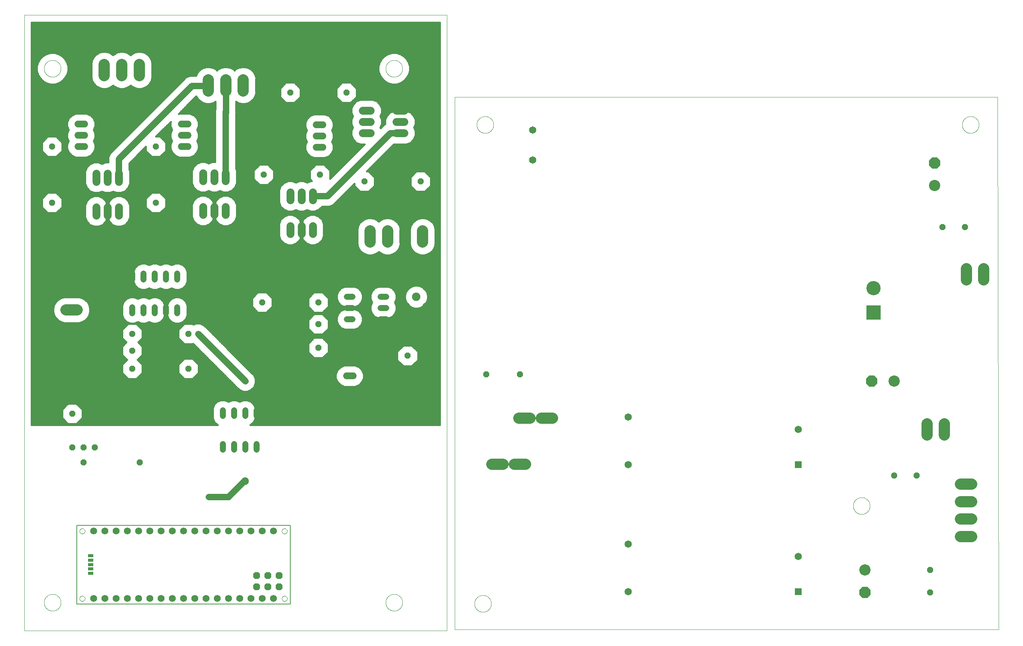
<source format=gtl>
G75*
%MOIN*%
%OFA0B0*%
%FSLAX25Y25*%
%IPPOS*%
%LPD*%
%AMOC8*
5,1,8,0,0,1.08239X$1,22.5*
%
%ADD10C,0.00000*%
%ADD11C,0.06200*%
%ADD12C,0.00500*%
%ADD13R,0.05000X0.02500*%
%ADD14OC8,0.06200*%
%ADD15C,0.05200*%
%ADD16OC8,0.05600*%
%ADD17C,0.06000*%
%ADD18C,0.07500*%
%ADD19C,0.10500*%
%ADD20OC8,0.05200*%
%ADD21C,0.10039*%
%ADD22C,0.07087*%
%ADD23C,0.10000*%
%ADD24R,0.06496X0.06496*%
%ADD25C,0.06496*%
%ADD26C,0.10000*%
%ADD27OC8,0.10000*%
%ADD28R,0.12661X0.12661*%
%ADD29C,0.12661*%
%ADD30C,0.01600*%
%ADD31R,0.03962X0.03962*%
%ADD32C,0.05600*%
D10*
X0002300Y0001300D02*
X0002300Y0548800D01*
X0378300Y0548800D01*
X0378300Y0001300D01*
X0002300Y0001300D01*
X0019825Y0026300D02*
X0019827Y0026483D01*
X0019834Y0026667D01*
X0019845Y0026850D01*
X0019861Y0027033D01*
X0019881Y0027215D01*
X0019906Y0027397D01*
X0019935Y0027578D01*
X0019969Y0027758D01*
X0020007Y0027938D01*
X0020049Y0028116D01*
X0020096Y0028294D01*
X0020147Y0028470D01*
X0020202Y0028645D01*
X0020262Y0028818D01*
X0020326Y0028990D01*
X0020394Y0029161D01*
X0020466Y0029329D01*
X0020543Y0029496D01*
X0020623Y0029661D01*
X0020708Y0029824D01*
X0020796Y0029984D01*
X0020888Y0030143D01*
X0020985Y0030299D01*
X0021085Y0030453D01*
X0021189Y0030604D01*
X0021296Y0030753D01*
X0021407Y0030899D01*
X0021522Y0031042D01*
X0021640Y0031182D01*
X0021761Y0031320D01*
X0021886Y0031454D01*
X0022014Y0031586D01*
X0022146Y0031714D01*
X0022280Y0031839D01*
X0022418Y0031960D01*
X0022558Y0032078D01*
X0022701Y0032193D01*
X0022847Y0032304D01*
X0022996Y0032411D01*
X0023147Y0032515D01*
X0023301Y0032615D01*
X0023457Y0032712D01*
X0023616Y0032804D01*
X0023776Y0032892D01*
X0023939Y0032977D01*
X0024104Y0033057D01*
X0024271Y0033134D01*
X0024439Y0033206D01*
X0024610Y0033274D01*
X0024782Y0033338D01*
X0024955Y0033398D01*
X0025130Y0033453D01*
X0025306Y0033504D01*
X0025484Y0033551D01*
X0025662Y0033593D01*
X0025842Y0033631D01*
X0026022Y0033665D01*
X0026203Y0033694D01*
X0026385Y0033719D01*
X0026567Y0033739D01*
X0026750Y0033755D01*
X0026933Y0033766D01*
X0027117Y0033773D01*
X0027300Y0033775D01*
X0027483Y0033773D01*
X0027667Y0033766D01*
X0027850Y0033755D01*
X0028033Y0033739D01*
X0028215Y0033719D01*
X0028397Y0033694D01*
X0028578Y0033665D01*
X0028758Y0033631D01*
X0028938Y0033593D01*
X0029116Y0033551D01*
X0029294Y0033504D01*
X0029470Y0033453D01*
X0029645Y0033398D01*
X0029818Y0033338D01*
X0029990Y0033274D01*
X0030161Y0033206D01*
X0030329Y0033134D01*
X0030496Y0033057D01*
X0030661Y0032977D01*
X0030824Y0032892D01*
X0030984Y0032804D01*
X0031143Y0032712D01*
X0031299Y0032615D01*
X0031453Y0032515D01*
X0031604Y0032411D01*
X0031753Y0032304D01*
X0031899Y0032193D01*
X0032042Y0032078D01*
X0032182Y0031960D01*
X0032320Y0031839D01*
X0032454Y0031714D01*
X0032586Y0031586D01*
X0032714Y0031454D01*
X0032839Y0031320D01*
X0032960Y0031182D01*
X0033078Y0031042D01*
X0033193Y0030899D01*
X0033304Y0030753D01*
X0033411Y0030604D01*
X0033515Y0030453D01*
X0033615Y0030299D01*
X0033712Y0030143D01*
X0033804Y0029984D01*
X0033892Y0029824D01*
X0033977Y0029661D01*
X0034057Y0029496D01*
X0034134Y0029329D01*
X0034206Y0029161D01*
X0034274Y0028990D01*
X0034338Y0028818D01*
X0034398Y0028645D01*
X0034453Y0028470D01*
X0034504Y0028294D01*
X0034551Y0028116D01*
X0034593Y0027938D01*
X0034631Y0027758D01*
X0034665Y0027578D01*
X0034694Y0027397D01*
X0034719Y0027215D01*
X0034739Y0027033D01*
X0034755Y0026850D01*
X0034766Y0026667D01*
X0034773Y0026483D01*
X0034775Y0026300D01*
X0034773Y0026117D01*
X0034766Y0025933D01*
X0034755Y0025750D01*
X0034739Y0025567D01*
X0034719Y0025385D01*
X0034694Y0025203D01*
X0034665Y0025022D01*
X0034631Y0024842D01*
X0034593Y0024662D01*
X0034551Y0024484D01*
X0034504Y0024306D01*
X0034453Y0024130D01*
X0034398Y0023955D01*
X0034338Y0023782D01*
X0034274Y0023610D01*
X0034206Y0023439D01*
X0034134Y0023271D01*
X0034057Y0023104D01*
X0033977Y0022939D01*
X0033892Y0022776D01*
X0033804Y0022616D01*
X0033712Y0022457D01*
X0033615Y0022301D01*
X0033515Y0022147D01*
X0033411Y0021996D01*
X0033304Y0021847D01*
X0033193Y0021701D01*
X0033078Y0021558D01*
X0032960Y0021418D01*
X0032839Y0021280D01*
X0032714Y0021146D01*
X0032586Y0021014D01*
X0032454Y0020886D01*
X0032320Y0020761D01*
X0032182Y0020640D01*
X0032042Y0020522D01*
X0031899Y0020407D01*
X0031753Y0020296D01*
X0031604Y0020189D01*
X0031453Y0020085D01*
X0031299Y0019985D01*
X0031143Y0019888D01*
X0030984Y0019796D01*
X0030824Y0019708D01*
X0030661Y0019623D01*
X0030496Y0019543D01*
X0030329Y0019466D01*
X0030161Y0019394D01*
X0029990Y0019326D01*
X0029818Y0019262D01*
X0029645Y0019202D01*
X0029470Y0019147D01*
X0029294Y0019096D01*
X0029116Y0019049D01*
X0028938Y0019007D01*
X0028758Y0018969D01*
X0028578Y0018935D01*
X0028397Y0018906D01*
X0028215Y0018881D01*
X0028033Y0018861D01*
X0027850Y0018845D01*
X0027667Y0018834D01*
X0027483Y0018827D01*
X0027300Y0018825D01*
X0027117Y0018827D01*
X0026933Y0018834D01*
X0026750Y0018845D01*
X0026567Y0018861D01*
X0026385Y0018881D01*
X0026203Y0018906D01*
X0026022Y0018935D01*
X0025842Y0018969D01*
X0025662Y0019007D01*
X0025484Y0019049D01*
X0025306Y0019096D01*
X0025130Y0019147D01*
X0024955Y0019202D01*
X0024782Y0019262D01*
X0024610Y0019326D01*
X0024439Y0019394D01*
X0024271Y0019466D01*
X0024104Y0019543D01*
X0023939Y0019623D01*
X0023776Y0019708D01*
X0023616Y0019796D01*
X0023457Y0019888D01*
X0023301Y0019985D01*
X0023147Y0020085D01*
X0022996Y0020189D01*
X0022847Y0020296D01*
X0022701Y0020407D01*
X0022558Y0020522D01*
X0022418Y0020640D01*
X0022280Y0020761D01*
X0022146Y0020886D01*
X0022014Y0021014D01*
X0021886Y0021146D01*
X0021761Y0021280D01*
X0021640Y0021418D01*
X0021522Y0021558D01*
X0021407Y0021701D01*
X0021296Y0021847D01*
X0021189Y0021996D01*
X0021085Y0022147D01*
X0020985Y0022301D01*
X0020888Y0022457D01*
X0020796Y0022616D01*
X0020708Y0022776D01*
X0020623Y0022939D01*
X0020543Y0023104D01*
X0020466Y0023271D01*
X0020394Y0023439D01*
X0020326Y0023610D01*
X0020262Y0023782D01*
X0020202Y0023955D01*
X0020147Y0024130D01*
X0020096Y0024306D01*
X0020049Y0024484D01*
X0020007Y0024662D01*
X0019969Y0024842D01*
X0019935Y0025022D01*
X0019906Y0025203D01*
X0019881Y0025385D01*
X0019861Y0025567D01*
X0019845Y0025750D01*
X0019834Y0025933D01*
X0019827Y0026117D01*
X0019825Y0026300D01*
X0051438Y0029800D02*
X0051440Y0029897D01*
X0051446Y0029994D01*
X0051456Y0030090D01*
X0051470Y0030186D01*
X0051488Y0030282D01*
X0051509Y0030376D01*
X0051535Y0030470D01*
X0051564Y0030562D01*
X0051598Y0030653D01*
X0051634Y0030743D01*
X0051675Y0030831D01*
X0051719Y0030917D01*
X0051767Y0031002D01*
X0051818Y0031084D01*
X0051872Y0031165D01*
X0051930Y0031243D01*
X0051991Y0031318D01*
X0052054Y0031391D01*
X0052121Y0031462D01*
X0052191Y0031529D01*
X0052263Y0031594D01*
X0052338Y0031655D01*
X0052416Y0031714D01*
X0052495Y0031769D01*
X0052577Y0031821D01*
X0052661Y0031869D01*
X0052747Y0031914D01*
X0052835Y0031956D01*
X0052924Y0031994D01*
X0053015Y0032028D01*
X0053107Y0032058D01*
X0053200Y0032085D01*
X0053295Y0032107D01*
X0053390Y0032126D01*
X0053486Y0032141D01*
X0053582Y0032152D01*
X0053679Y0032159D01*
X0053776Y0032162D01*
X0053873Y0032161D01*
X0053970Y0032156D01*
X0054066Y0032147D01*
X0054162Y0032134D01*
X0054258Y0032117D01*
X0054353Y0032096D01*
X0054446Y0032072D01*
X0054539Y0032043D01*
X0054631Y0032011D01*
X0054721Y0031975D01*
X0054809Y0031936D01*
X0054896Y0031892D01*
X0054981Y0031846D01*
X0055064Y0031795D01*
X0055145Y0031742D01*
X0055223Y0031685D01*
X0055300Y0031625D01*
X0055373Y0031562D01*
X0055444Y0031496D01*
X0055512Y0031427D01*
X0055578Y0031355D01*
X0055640Y0031281D01*
X0055699Y0031204D01*
X0055755Y0031125D01*
X0055808Y0031043D01*
X0055858Y0030960D01*
X0055903Y0030874D01*
X0055946Y0030787D01*
X0055985Y0030698D01*
X0056020Y0030608D01*
X0056051Y0030516D01*
X0056078Y0030423D01*
X0056102Y0030329D01*
X0056122Y0030234D01*
X0056138Y0030138D01*
X0056150Y0030042D01*
X0056158Y0029945D01*
X0056162Y0029848D01*
X0056162Y0029752D01*
X0056158Y0029655D01*
X0056150Y0029558D01*
X0056138Y0029462D01*
X0056122Y0029366D01*
X0056102Y0029271D01*
X0056078Y0029177D01*
X0056051Y0029084D01*
X0056020Y0028992D01*
X0055985Y0028902D01*
X0055946Y0028813D01*
X0055903Y0028726D01*
X0055858Y0028640D01*
X0055808Y0028557D01*
X0055755Y0028475D01*
X0055699Y0028396D01*
X0055640Y0028319D01*
X0055578Y0028245D01*
X0055512Y0028173D01*
X0055444Y0028104D01*
X0055373Y0028038D01*
X0055300Y0027975D01*
X0055223Y0027915D01*
X0055145Y0027858D01*
X0055064Y0027805D01*
X0054981Y0027754D01*
X0054896Y0027708D01*
X0054809Y0027664D01*
X0054721Y0027625D01*
X0054631Y0027589D01*
X0054539Y0027557D01*
X0054446Y0027528D01*
X0054353Y0027504D01*
X0054258Y0027483D01*
X0054162Y0027466D01*
X0054066Y0027453D01*
X0053970Y0027444D01*
X0053873Y0027439D01*
X0053776Y0027438D01*
X0053679Y0027441D01*
X0053582Y0027448D01*
X0053486Y0027459D01*
X0053390Y0027474D01*
X0053295Y0027493D01*
X0053200Y0027515D01*
X0053107Y0027542D01*
X0053015Y0027572D01*
X0052924Y0027606D01*
X0052835Y0027644D01*
X0052747Y0027686D01*
X0052661Y0027731D01*
X0052577Y0027779D01*
X0052495Y0027831D01*
X0052416Y0027886D01*
X0052338Y0027945D01*
X0052263Y0028006D01*
X0052191Y0028071D01*
X0052121Y0028138D01*
X0052054Y0028209D01*
X0051991Y0028282D01*
X0051930Y0028357D01*
X0051872Y0028435D01*
X0051818Y0028516D01*
X0051767Y0028598D01*
X0051719Y0028683D01*
X0051675Y0028769D01*
X0051634Y0028857D01*
X0051598Y0028947D01*
X0051564Y0029038D01*
X0051535Y0029130D01*
X0051509Y0029224D01*
X0051488Y0029318D01*
X0051470Y0029414D01*
X0051456Y0029510D01*
X0051446Y0029606D01*
X0051440Y0029703D01*
X0051438Y0029800D01*
X0051438Y0089800D02*
X0051440Y0089897D01*
X0051446Y0089994D01*
X0051456Y0090090D01*
X0051470Y0090186D01*
X0051488Y0090282D01*
X0051509Y0090376D01*
X0051535Y0090470D01*
X0051564Y0090562D01*
X0051598Y0090653D01*
X0051634Y0090743D01*
X0051675Y0090831D01*
X0051719Y0090917D01*
X0051767Y0091002D01*
X0051818Y0091084D01*
X0051872Y0091165D01*
X0051930Y0091243D01*
X0051991Y0091318D01*
X0052054Y0091391D01*
X0052121Y0091462D01*
X0052191Y0091529D01*
X0052263Y0091594D01*
X0052338Y0091655D01*
X0052416Y0091714D01*
X0052495Y0091769D01*
X0052577Y0091821D01*
X0052661Y0091869D01*
X0052747Y0091914D01*
X0052835Y0091956D01*
X0052924Y0091994D01*
X0053015Y0092028D01*
X0053107Y0092058D01*
X0053200Y0092085D01*
X0053295Y0092107D01*
X0053390Y0092126D01*
X0053486Y0092141D01*
X0053582Y0092152D01*
X0053679Y0092159D01*
X0053776Y0092162D01*
X0053873Y0092161D01*
X0053970Y0092156D01*
X0054066Y0092147D01*
X0054162Y0092134D01*
X0054258Y0092117D01*
X0054353Y0092096D01*
X0054446Y0092072D01*
X0054539Y0092043D01*
X0054631Y0092011D01*
X0054721Y0091975D01*
X0054809Y0091936D01*
X0054896Y0091892D01*
X0054981Y0091846D01*
X0055064Y0091795D01*
X0055145Y0091742D01*
X0055223Y0091685D01*
X0055300Y0091625D01*
X0055373Y0091562D01*
X0055444Y0091496D01*
X0055512Y0091427D01*
X0055578Y0091355D01*
X0055640Y0091281D01*
X0055699Y0091204D01*
X0055755Y0091125D01*
X0055808Y0091043D01*
X0055858Y0090960D01*
X0055903Y0090874D01*
X0055946Y0090787D01*
X0055985Y0090698D01*
X0056020Y0090608D01*
X0056051Y0090516D01*
X0056078Y0090423D01*
X0056102Y0090329D01*
X0056122Y0090234D01*
X0056138Y0090138D01*
X0056150Y0090042D01*
X0056158Y0089945D01*
X0056162Y0089848D01*
X0056162Y0089752D01*
X0056158Y0089655D01*
X0056150Y0089558D01*
X0056138Y0089462D01*
X0056122Y0089366D01*
X0056102Y0089271D01*
X0056078Y0089177D01*
X0056051Y0089084D01*
X0056020Y0088992D01*
X0055985Y0088902D01*
X0055946Y0088813D01*
X0055903Y0088726D01*
X0055858Y0088640D01*
X0055808Y0088557D01*
X0055755Y0088475D01*
X0055699Y0088396D01*
X0055640Y0088319D01*
X0055578Y0088245D01*
X0055512Y0088173D01*
X0055444Y0088104D01*
X0055373Y0088038D01*
X0055300Y0087975D01*
X0055223Y0087915D01*
X0055145Y0087858D01*
X0055064Y0087805D01*
X0054981Y0087754D01*
X0054896Y0087708D01*
X0054809Y0087664D01*
X0054721Y0087625D01*
X0054631Y0087589D01*
X0054539Y0087557D01*
X0054446Y0087528D01*
X0054353Y0087504D01*
X0054258Y0087483D01*
X0054162Y0087466D01*
X0054066Y0087453D01*
X0053970Y0087444D01*
X0053873Y0087439D01*
X0053776Y0087438D01*
X0053679Y0087441D01*
X0053582Y0087448D01*
X0053486Y0087459D01*
X0053390Y0087474D01*
X0053295Y0087493D01*
X0053200Y0087515D01*
X0053107Y0087542D01*
X0053015Y0087572D01*
X0052924Y0087606D01*
X0052835Y0087644D01*
X0052747Y0087686D01*
X0052661Y0087731D01*
X0052577Y0087779D01*
X0052495Y0087831D01*
X0052416Y0087886D01*
X0052338Y0087945D01*
X0052263Y0088006D01*
X0052191Y0088071D01*
X0052121Y0088138D01*
X0052054Y0088209D01*
X0051991Y0088282D01*
X0051930Y0088357D01*
X0051872Y0088435D01*
X0051818Y0088516D01*
X0051767Y0088598D01*
X0051719Y0088683D01*
X0051675Y0088769D01*
X0051634Y0088857D01*
X0051598Y0088947D01*
X0051564Y0089038D01*
X0051535Y0089130D01*
X0051509Y0089224D01*
X0051488Y0089318D01*
X0051470Y0089414D01*
X0051456Y0089510D01*
X0051446Y0089606D01*
X0051440Y0089703D01*
X0051438Y0089800D01*
X0231438Y0089800D02*
X0231440Y0089897D01*
X0231446Y0089994D01*
X0231456Y0090090D01*
X0231470Y0090186D01*
X0231488Y0090282D01*
X0231509Y0090376D01*
X0231535Y0090470D01*
X0231564Y0090562D01*
X0231598Y0090653D01*
X0231634Y0090743D01*
X0231675Y0090831D01*
X0231719Y0090917D01*
X0231767Y0091002D01*
X0231818Y0091084D01*
X0231872Y0091165D01*
X0231930Y0091243D01*
X0231991Y0091318D01*
X0232054Y0091391D01*
X0232121Y0091462D01*
X0232191Y0091529D01*
X0232263Y0091594D01*
X0232338Y0091655D01*
X0232416Y0091714D01*
X0232495Y0091769D01*
X0232577Y0091821D01*
X0232661Y0091869D01*
X0232747Y0091914D01*
X0232835Y0091956D01*
X0232924Y0091994D01*
X0233015Y0092028D01*
X0233107Y0092058D01*
X0233200Y0092085D01*
X0233295Y0092107D01*
X0233390Y0092126D01*
X0233486Y0092141D01*
X0233582Y0092152D01*
X0233679Y0092159D01*
X0233776Y0092162D01*
X0233873Y0092161D01*
X0233970Y0092156D01*
X0234066Y0092147D01*
X0234162Y0092134D01*
X0234258Y0092117D01*
X0234353Y0092096D01*
X0234446Y0092072D01*
X0234539Y0092043D01*
X0234631Y0092011D01*
X0234721Y0091975D01*
X0234809Y0091936D01*
X0234896Y0091892D01*
X0234981Y0091846D01*
X0235064Y0091795D01*
X0235145Y0091742D01*
X0235223Y0091685D01*
X0235300Y0091625D01*
X0235373Y0091562D01*
X0235444Y0091496D01*
X0235512Y0091427D01*
X0235578Y0091355D01*
X0235640Y0091281D01*
X0235699Y0091204D01*
X0235755Y0091125D01*
X0235808Y0091043D01*
X0235858Y0090960D01*
X0235903Y0090874D01*
X0235946Y0090787D01*
X0235985Y0090698D01*
X0236020Y0090608D01*
X0236051Y0090516D01*
X0236078Y0090423D01*
X0236102Y0090329D01*
X0236122Y0090234D01*
X0236138Y0090138D01*
X0236150Y0090042D01*
X0236158Y0089945D01*
X0236162Y0089848D01*
X0236162Y0089752D01*
X0236158Y0089655D01*
X0236150Y0089558D01*
X0236138Y0089462D01*
X0236122Y0089366D01*
X0236102Y0089271D01*
X0236078Y0089177D01*
X0236051Y0089084D01*
X0236020Y0088992D01*
X0235985Y0088902D01*
X0235946Y0088813D01*
X0235903Y0088726D01*
X0235858Y0088640D01*
X0235808Y0088557D01*
X0235755Y0088475D01*
X0235699Y0088396D01*
X0235640Y0088319D01*
X0235578Y0088245D01*
X0235512Y0088173D01*
X0235444Y0088104D01*
X0235373Y0088038D01*
X0235300Y0087975D01*
X0235223Y0087915D01*
X0235145Y0087858D01*
X0235064Y0087805D01*
X0234981Y0087754D01*
X0234896Y0087708D01*
X0234809Y0087664D01*
X0234721Y0087625D01*
X0234631Y0087589D01*
X0234539Y0087557D01*
X0234446Y0087528D01*
X0234353Y0087504D01*
X0234258Y0087483D01*
X0234162Y0087466D01*
X0234066Y0087453D01*
X0233970Y0087444D01*
X0233873Y0087439D01*
X0233776Y0087438D01*
X0233679Y0087441D01*
X0233582Y0087448D01*
X0233486Y0087459D01*
X0233390Y0087474D01*
X0233295Y0087493D01*
X0233200Y0087515D01*
X0233107Y0087542D01*
X0233015Y0087572D01*
X0232924Y0087606D01*
X0232835Y0087644D01*
X0232747Y0087686D01*
X0232661Y0087731D01*
X0232577Y0087779D01*
X0232495Y0087831D01*
X0232416Y0087886D01*
X0232338Y0087945D01*
X0232263Y0088006D01*
X0232191Y0088071D01*
X0232121Y0088138D01*
X0232054Y0088209D01*
X0231991Y0088282D01*
X0231930Y0088357D01*
X0231872Y0088435D01*
X0231818Y0088516D01*
X0231767Y0088598D01*
X0231719Y0088683D01*
X0231675Y0088769D01*
X0231634Y0088857D01*
X0231598Y0088947D01*
X0231564Y0089038D01*
X0231535Y0089130D01*
X0231509Y0089224D01*
X0231488Y0089318D01*
X0231470Y0089414D01*
X0231456Y0089510D01*
X0231446Y0089606D01*
X0231440Y0089703D01*
X0231438Y0089800D01*
X0231438Y0029800D02*
X0231440Y0029897D01*
X0231446Y0029994D01*
X0231456Y0030090D01*
X0231470Y0030186D01*
X0231488Y0030282D01*
X0231509Y0030376D01*
X0231535Y0030470D01*
X0231564Y0030562D01*
X0231598Y0030653D01*
X0231634Y0030743D01*
X0231675Y0030831D01*
X0231719Y0030917D01*
X0231767Y0031002D01*
X0231818Y0031084D01*
X0231872Y0031165D01*
X0231930Y0031243D01*
X0231991Y0031318D01*
X0232054Y0031391D01*
X0232121Y0031462D01*
X0232191Y0031529D01*
X0232263Y0031594D01*
X0232338Y0031655D01*
X0232416Y0031714D01*
X0232495Y0031769D01*
X0232577Y0031821D01*
X0232661Y0031869D01*
X0232747Y0031914D01*
X0232835Y0031956D01*
X0232924Y0031994D01*
X0233015Y0032028D01*
X0233107Y0032058D01*
X0233200Y0032085D01*
X0233295Y0032107D01*
X0233390Y0032126D01*
X0233486Y0032141D01*
X0233582Y0032152D01*
X0233679Y0032159D01*
X0233776Y0032162D01*
X0233873Y0032161D01*
X0233970Y0032156D01*
X0234066Y0032147D01*
X0234162Y0032134D01*
X0234258Y0032117D01*
X0234353Y0032096D01*
X0234446Y0032072D01*
X0234539Y0032043D01*
X0234631Y0032011D01*
X0234721Y0031975D01*
X0234809Y0031936D01*
X0234896Y0031892D01*
X0234981Y0031846D01*
X0235064Y0031795D01*
X0235145Y0031742D01*
X0235223Y0031685D01*
X0235300Y0031625D01*
X0235373Y0031562D01*
X0235444Y0031496D01*
X0235512Y0031427D01*
X0235578Y0031355D01*
X0235640Y0031281D01*
X0235699Y0031204D01*
X0235755Y0031125D01*
X0235808Y0031043D01*
X0235858Y0030960D01*
X0235903Y0030874D01*
X0235946Y0030787D01*
X0235985Y0030698D01*
X0236020Y0030608D01*
X0236051Y0030516D01*
X0236078Y0030423D01*
X0236102Y0030329D01*
X0236122Y0030234D01*
X0236138Y0030138D01*
X0236150Y0030042D01*
X0236158Y0029945D01*
X0236162Y0029848D01*
X0236162Y0029752D01*
X0236158Y0029655D01*
X0236150Y0029558D01*
X0236138Y0029462D01*
X0236122Y0029366D01*
X0236102Y0029271D01*
X0236078Y0029177D01*
X0236051Y0029084D01*
X0236020Y0028992D01*
X0235985Y0028902D01*
X0235946Y0028813D01*
X0235903Y0028726D01*
X0235858Y0028640D01*
X0235808Y0028557D01*
X0235755Y0028475D01*
X0235699Y0028396D01*
X0235640Y0028319D01*
X0235578Y0028245D01*
X0235512Y0028173D01*
X0235444Y0028104D01*
X0235373Y0028038D01*
X0235300Y0027975D01*
X0235223Y0027915D01*
X0235145Y0027858D01*
X0235064Y0027805D01*
X0234981Y0027754D01*
X0234896Y0027708D01*
X0234809Y0027664D01*
X0234721Y0027625D01*
X0234631Y0027589D01*
X0234539Y0027557D01*
X0234446Y0027528D01*
X0234353Y0027504D01*
X0234258Y0027483D01*
X0234162Y0027466D01*
X0234066Y0027453D01*
X0233970Y0027444D01*
X0233873Y0027439D01*
X0233776Y0027438D01*
X0233679Y0027441D01*
X0233582Y0027448D01*
X0233486Y0027459D01*
X0233390Y0027474D01*
X0233295Y0027493D01*
X0233200Y0027515D01*
X0233107Y0027542D01*
X0233015Y0027572D01*
X0232924Y0027606D01*
X0232835Y0027644D01*
X0232747Y0027686D01*
X0232661Y0027731D01*
X0232577Y0027779D01*
X0232495Y0027831D01*
X0232416Y0027886D01*
X0232338Y0027945D01*
X0232263Y0028006D01*
X0232191Y0028071D01*
X0232121Y0028138D01*
X0232054Y0028209D01*
X0231991Y0028282D01*
X0231930Y0028357D01*
X0231872Y0028435D01*
X0231818Y0028516D01*
X0231767Y0028598D01*
X0231719Y0028683D01*
X0231675Y0028769D01*
X0231634Y0028857D01*
X0231598Y0028947D01*
X0231564Y0029038D01*
X0231535Y0029130D01*
X0231509Y0029224D01*
X0231488Y0029318D01*
X0231470Y0029414D01*
X0231456Y0029510D01*
X0231446Y0029606D01*
X0231440Y0029703D01*
X0231438Y0029800D01*
X0323825Y0026300D02*
X0323827Y0026483D01*
X0323834Y0026667D01*
X0323845Y0026850D01*
X0323861Y0027033D01*
X0323881Y0027215D01*
X0323906Y0027397D01*
X0323935Y0027578D01*
X0323969Y0027758D01*
X0324007Y0027938D01*
X0324049Y0028116D01*
X0324096Y0028294D01*
X0324147Y0028470D01*
X0324202Y0028645D01*
X0324262Y0028818D01*
X0324326Y0028990D01*
X0324394Y0029161D01*
X0324466Y0029329D01*
X0324543Y0029496D01*
X0324623Y0029661D01*
X0324708Y0029824D01*
X0324796Y0029984D01*
X0324888Y0030143D01*
X0324985Y0030299D01*
X0325085Y0030453D01*
X0325189Y0030604D01*
X0325296Y0030753D01*
X0325407Y0030899D01*
X0325522Y0031042D01*
X0325640Y0031182D01*
X0325761Y0031320D01*
X0325886Y0031454D01*
X0326014Y0031586D01*
X0326146Y0031714D01*
X0326280Y0031839D01*
X0326418Y0031960D01*
X0326558Y0032078D01*
X0326701Y0032193D01*
X0326847Y0032304D01*
X0326996Y0032411D01*
X0327147Y0032515D01*
X0327301Y0032615D01*
X0327457Y0032712D01*
X0327616Y0032804D01*
X0327776Y0032892D01*
X0327939Y0032977D01*
X0328104Y0033057D01*
X0328271Y0033134D01*
X0328439Y0033206D01*
X0328610Y0033274D01*
X0328782Y0033338D01*
X0328955Y0033398D01*
X0329130Y0033453D01*
X0329306Y0033504D01*
X0329484Y0033551D01*
X0329662Y0033593D01*
X0329842Y0033631D01*
X0330022Y0033665D01*
X0330203Y0033694D01*
X0330385Y0033719D01*
X0330567Y0033739D01*
X0330750Y0033755D01*
X0330933Y0033766D01*
X0331117Y0033773D01*
X0331300Y0033775D01*
X0331483Y0033773D01*
X0331667Y0033766D01*
X0331850Y0033755D01*
X0332033Y0033739D01*
X0332215Y0033719D01*
X0332397Y0033694D01*
X0332578Y0033665D01*
X0332758Y0033631D01*
X0332938Y0033593D01*
X0333116Y0033551D01*
X0333294Y0033504D01*
X0333470Y0033453D01*
X0333645Y0033398D01*
X0333818Y0033338D01*
X0333990Y0033274D01*
X0334161Y0033206D01*
X0334329Y0033134D01*
X0334496Y0033057D01*
X0334661Y0032977D01*
X0334824Y0032892D01*
X0334984Y0032804D01*
X0335143Y0032712D01*
X0335299Y0032615D01*
X0335453Y0032515D01*
X0335604Y0032411D01*
X0335753Y0032304D01*
X0335899Y0032193D01*
X0336042Y0032078D01*
X0336182Y0031960D01*
X0336320Y0031839D01*
X0336454Y0031714D01*
X0336586Y0031586D01*
X0336714Y0031454D01*
X0336839Y0031320D01*
X0336960Y0031182D01*
X0337078Y0031042D01*
X0337193Y0030899D01*
X0337304Y0030753D01*
X0337411Y0030604D01*
X0337515Y0030453D01*
X0337615Y0030299D01*
X0337712Y0030143D01*
X0337804Y0029984D01*
X0337892Y0029824D01*
X0337977Y0029661D01*
X0338057Y0029496D01*
X0338134Y0029329D01*
X0338206Y0029161D01*
X0338274Y0028990D01*
X0338338Y0028818D01*
X0338398Y0028645D01*
X0338453Y0028470D01*
X0338504Y0028294D01*
X0338551Y0028116D01*
X0338593Y0027938D01*
X0338631Y0027758D01*
X0338665Y0027578D01*
X0338694Y0027397D01*
X0338719Y0027215D01*
X0338739Y0027033D01*
X0338755Y0026850D01*
X0338766Y0026667D01*
X0338773Y0026483D01*
X0338775Y0026300D01*
X0338773Y0026117D01*
X0338766Y0025933D01*
X0338755Y0025750D01*
X0338739Y0025567D01*
X0338719Y0025385D01*
X0338694Y0025203D01*
X0338665Y0025022D01*
X0338631Y0024842D01*
X0338593Y0024662D01*
X0338551Y0024484D01*
X0338504Y0024306D01*
X0338453Y0024130D01*
X0338398Y0023955D01*
X0338338Y0023782D01*
X0338274Y0023610D01*
X0338206Y0023439D01*
X0338134Y0023271D01*
X0338057Y0023104D01*
X0337977Y0022939D01*
X0337892Y0022776D01*
X0337804Y0022616D01*
X0337712Y0022457D01*
X0337615Y0022301D01*
X0337515Y0022147D01*
X0337411Y0021996D01*
X0337304Y0021847D01*
X0337193Y0021701D01*
X0337078Y0021558D01*
X0336960Y0021418D01*
X0336839Y0021280D01*
X0336714Y0021146D01*
X0336586Y0021014D01*
X0336454Y0020886D01*
X0336320Y0020761D01*
X0336182Y0020640D01*
X0336042Y0020522D01*
X0335899Y0020407D01*
X0335753Y0020296D01*
X0335604Y0020189D01*
X0335453Y0020085D01*
X0335299Y0019985D01*
X0335143Y0019888D01*
X0334984Y0019796D01*
X0334824Y0019708D01*
X0334661Y0019623D01*
X0334496Y0019543D01*
X0334329Y0019466D01*
X0334161Y0019394D01*
X0333990Y0019326D01*
X0333818Y0019262D01*
X0333645Y0019202D01*
X0333470Y0019147D01*
X0333294Y0019096D01*
X0333116Y0019049D01*
X0332938Y0019007D01*
X0332758Y0018969D01*
X0332578Y0018935D01*
X0332397Y0018906D01*
X0332215Y0018881D01*
X0332033Y0018861D01*
X0331850Y0018845D01*
X0331667Y0018834D01*
X0331483Y0018827D01*
X0331300Y0018825D01*
X0331117Y0018827D01*
X0330933Y0018834D01*
X0330750Y0018845D01*
X0330567Y0018861D01*
X0330385Y0018881D01*
X0330203Y0018906D01*
X0330022Y0018935D01*
X0329842Y0018969D01*
X0329662Y0019007D01*
X0329484Y0019049D01*
X0329306Y0019096D01*
X0329130Y0019147D01*
X0328955Y0019202D01*
X0328782Y0019262D01*
X0328610Y0019326D01*
X0328439Y0019394D01*
X0328271Y0019466D01*
X0328104Y0019543D01*
X0327939Y0019623D01*
X0327776Y0019708D01*
X0327616Y0019796D01*
X0327457Y0019888D01*
X0327301Y0019985D01*
X0327147Y0020085D01*
X0326996Y0020189D01*
X0326847Y0020296D01*
X0326701Y0020407D01*
X0326558Y0020522D01*
X0326418Y0020640D01*
X0326280Y0020761D01*
X0326146Y0020886D01*
X0326014Y0021014D01*
X0325886Y0021146D01*
X0325761Y0021280D01*
X0325640Y0021418D01*
X0325522Y0021558D01*
X0325407Y0021701D01*
X0325296Y0021847D01*
X0325189Y0021996D01*
X0325085Y0022147D01*
X0324985Y0022301D01*
X0324888Y0022457D01*
X0324796Y0022616D01*
X0324708Y0022776D01*
X0324623Y0022939D01*
X0324543Y0023104D01*
X0324466Y0023271D01*
X0324394Y0023439D01*
X0324326Y0023610D01*
X0324262Y0023782D01*
X0324202Y0023955D01*
X0324147Y0024130D01*
X0324096Y0024306D01*
X0324049Y0024484D01*
X0324007Y0024662D01*
X0323969Y0024842D01*
X0323935Y0025022D01*
X0323906Y0025203D01*
X0323881Y0025385D01*
X0323861Y0025567D01*
X0323845Y0025750D01*
X0323834Y0025933D01*
X0323827Y0026117D01*
X0323825Y0026300D01*
X0385300Y0002300D02*
X0385300Y0476001D01*
X0868221Y0476001D01*
X0869221Y0002300D01*
X0385300Y0002300D01*
X0402825Y0025300D02*
X0402827Y0025483D01*
X0402834Y0025667D01*
X0402845Y0025850D01*
X0402861Y0026033D01*
X0402881Y0026215D01*
X0402906Y0026397D01*
X0402935Y0026578D01*
X0402969Y0026758D01*
X0403007Y0026938D01*
X0403049Y0027116D01*
X0403096Y0027294D01*
X0403147Y0027470D01*
X0403202Y0027645D01*
X0403262Y0027818D01*
X0403326Y0027990D01*
X0403394Y0028161D01*
X0403466Y0028329D01*
X0403543Y0028496D01*
X0403623Y0028661D01*
X0403708Y0028824D01*
X0403796Y0028984D01*
X0403888Y0029143D01*
X0403985Y0029299D01*
X0404085Y0029453D01*
X0404189Y0029604D01*
X0404296Y0029753D01*
X0404407Y0029899D01*
X0404522Y0030042D01*
X0404640Y0030182D01*
X0404761Y0030320D01*
X0404886Y0030454D01*
X0405014Y0030586D01*
X0405146Y0030714D01*
X0405280Y0030839D01*
X0405418Y0030960D01*
X0405558Y0031078D01*
X0405701Y0031193D01*
X0405847Y0031304D01*
X0405996Y0031411D01*
X0406147Y0031515D01*
X0406301Y0031615D01*
X0406457Y0031712D01*
X0406616Y0031804D01*
X0406776Y0031892D01*
X0406939Y0031977D01*
X0407104Y0032057D01*
X0407271Y0032134D01*
X0407439Y0032206D01*
X0407610Y0032274D01*
X0407782Y0032338D01*
X0407955Y0032398D01*
X0408130Y0032453D01*
X0408306Y0032504D01*
X0408484Y0032551D01*
X0408662Y0032593D01*
X0408842Y0032631D01*
X0409022Y0032665D01*
X0409203Y0032694D01*
X0409385Y0032719D01*
X0409567Y0032739D01*
X0409750Y0032755D01*
X0409933Y0032766D01*
X0410117Y0032773D01*
X0410300Y0032775D01*
X0410483Y0032773D01*
X0410667Y0032766D01*
X0410850Y0032755D01*
X0411033Y0032739D01*
X0411215Y0032719D01*
X0411397Y0032694D01*
X0411578Y0032665D01*
X0411758Y0032631D01*
X0411938Y0032593D01*
X0412116Y0032551D01*
X0412294Y0032504D01*
X0412470Y0032453D01*
X0412645Y0032398D01*
X0412818Y0032338D01*
X0412990Y0032274D01*
X0413161Y0032206D01*
X0413329Y0032134D01*
X0413496Y0032057D01*
X0413661Y0031977D01*
X0413824Y0031892D01*
X0413984Y0031804D01*
X0414143Y0031712D01*
X0414299Y0031615D01*
X0414453Y0031515D01*
X0414604Y0031411D01*
X0414753Y0031304D01*
X0414899Y0031193D01*
X0415042Y0031078D01*
X0415182Y0030960D01*
X0415320Y0030839D01*
X0415454Y0030714D01*
X0415586Y0030586D01*
X0415714Y0030454D01*
X0415839Y0030320D01*
X0415960Y0030182D01*
X0416078Y0030042D01*
X0416193Y0029899D01*
X0416304Y0029753D01*
X0416411Y0029604D01*
X0416515Y0029453D01*
X0416615Y0029299D01*
X0416712Y0029143D01*
X0416804Y0028984D01*
X0416892Y0028824D01*
X0416977Y0028661D01*
X0417057Y0028496D01*
X0417134Y0028329D01*
X0417206Y0028161D01*
X0417274Y0027990D01*
X0417338Y0027818D01*
X0417398Y0027645D01*
X0417453Y0027470D01*
X0417504Y0027294D01*
X0417551Y0027116D01*
X0417593Y0026938D01*
X0417631Y0026758D01*
X0417665Y0026578D01*
X0417694Y0026397D01*
X0417719Y0026215D01*
X0417739Y0026033D01*
X0417755Y0025850D01*
X0417766Y0025667D01*
X0417773Y0025483D01*
X0417775Y0025300D01*
X0417773Y0025117D01*
X0417766Y0024933D01*
X0417755Y0024750D01*
X0417739Y0024567D01*
X0417719Y0024385D01*
X0417694Y0024203D01*
X0417665Y0024022D01*
X0417631Y0023842D01*
X0417593Y0023662D01*
X0417551Y0023484D01*
X0417504Y0023306D01*
X0417453Y0023130D01*
X0417398Y0022955D01*
X0417338Y0022782D01*
X0417274Y0022610D01*
X0417206Y0022439D01*
X0417134Y0022271D01*
X0417057Y0022104D01*
X0416977Y0021939D01*
X0416892Y0021776D01*
X0416804Y0021616D01*
X0416712Y0021457D01*
X0416615Y0021301D01*
X0416515Y0021147D01*
X0416411Y0020996D01*
X0416304Y0020847D01*
X0416193Y0020701D01*
X0416078Y0020558D01*
X0415960Y0020418D01*
X0415839Y0020280D01*
X0415714Y0020146D01*
X0415586Y0020014D01*
X0415454Y0019886D01*
X0415320Y0019761D01*
X0415182Y0019640D01*
X0415042Y0019522D01*
X0414899Y0019407D01*
X0414753Y0019296D01*
X0414604Y0019189D01*
X0414453Y0019085D01*
X0414299Y0018985D01*
X0414143Y0018888D01*
X0413984Y0018796D01*
X0413824Y0018708D01*
X0413661Y0018623D01*
X0413496Y0018543D01*
X0413329Y0018466D01*
X0413161Y0018394D01*
X0412990Y0018326D01*
X0412818Y0018262D01*
X0412645Y0018202D01*
X0412470Y0018147D01*
X0412294Y0018096D01*
X0412116Y0018049D01*
X0411938Y0018007D01*
X0411758Y0017969D01*
X0411578Y0017935D01*
X0411397Y0017906D01*
X0411215Y0017881D01*
X0411033Y0017861D01*
X0410850Y0017845D01*
X0410667Y0017834D01*
X0410483Y0017827D01*
X0410300Y0017825D01*
X0410117Y0017827D01*
X0409933Y0017834D01*
X0409750Y0017845D01*
X0409567Y0017861D01*
X0409385Y0017881D01*
X0409203Y0017906D01*
X0409022Y0017935D01*
X0408842Y0017969D01*
X0408662Y0018007D01*
X0408484Y0018049D01*
X0408306Y0018096D01*
X0408130Y0018147D01*
X0407955Y0018202D01*
X0407782Y0018262D01*
X0407610Y0018326D01*
X0407439Y0018394D01*
X0407271Y0018466D01*
X0407104Y0018543D01*
X0406939Y0018623D01*
X0406776Y0018708D01*
X0406616Y0018796D01*
X0406457Y0018888D01*
X0406301Y0018985D01*
X0406147Y0019085D01*
X0405996Y0019189D01*
X0405847Y0019296D01*
X0405701Y0019407D01*
X0405558Y0019522D01*
X0405418Y0019640D01*
X0405280Y0019761D01*
X0405146Y0019886D01*
X0405014Y0020014D01*
X0404886Y0020146D01*
X0404761Y0020280D01*
X0404640Y0020418D01*
X0404522Y0020558D01*
X0404407Y0020701D01*
X0404296Y0020847D01*
X0404189Y0020996D01*
X0404085Y0021147D01*
X0403985Y0021301D01*
X0403888Y0021457D01*
X0403796Y0021616D01*
X0403708Y0021776D01*
X0403623Y0021939D01*
X0403543Y0022104D01*
X0403466Y0022271D01*
X0403394Y0022439D01*
X0403326Y0022610D01*
X0403262Y0022782D01*
X0403202Y0022955D01*
X0403147Y0023130D01*
X0403096Y0023306D01*
X0403049Y0023484D01*
X0403007Y0023662D01*
X0402969Y0023842D01*
X0402935Y0024022D01*
X0402906Y0024203D01*
X0402881Y0024385D01*
X0402861Y0024567D01*
X0402845Y0024750D01*
X0402834Y0024933D01*
X0402827Y0025117D01*
X0402825Y0025300D01*
X0739825Y0112300D02*
X0739827Y0112483D01*
X0739834Y0112667D01*
X0739845Y0112850D01*
X0739861Y0113033D01*
X0739881Y0113215D01*
X0739906Y0113397D01*
X0739935Y0113578D01*
X0739969Y0113758D01*
X0740007Y0113938D01*
X0740049Y0114116D01*
X0740096Y0114294D01*
X0740147Y0114470D01*
X0740202Y0114645D01*
X0740262Y0114818D01*
X0740326Y0114990D01*
X0740394Y0115161D01*
X0740466Y0115329D01*
X0740543Y0115496D01*
X0740623Y0115661D01*
X0740708Y0115824D01*
X0740796Y0115984D01*
X0740888Y0116143D01*
X0740985Y0116299D01*
X0741085Y0116453D01*
X0741189Y0116604D01*
X0741296Y0116753D01*
X0741407Y0116899D01*
X0741522Y0117042D01*
X0741640Y0117182D01*
X0741761Y0117320D01*
X0741886Y0117454D01*
X0742014Y0117586D01*
X0742146Y0117714D01*
X0742280Y0117839D01*
X0742418Y0117960D01*
X0742558Y0118078D01*
X0742701Y0118193D01*
X0742847Y0118304D01*
X0742996Y0118411D01*
X0743147Y0118515D01*
X0743301Y0118615D01*
X0743457Y0118712D01*
X0743616Y0118804D01*
X0743776Y0118892D01*
X0743939Y0118977D01*
X0744104Y0119057D01*
X0744271Y0119134D01*
X0744439Y0119206D01*
X0744610Y0119274D01*
X0744782Y0119338D01*
X0744955Y0119398D01*
X0745130Y0119453D01*
X0745306Y0119504D01*
X0745484Y0119551D01*
X0745662Y0119593D01*
X0745842Y0119631D01*
X0746022Y0119665D01*
X0746203Y0119694D01*
X0746385Y0119719D01*
X0746567Y0119739D01*
X0746750Y0119755D01*
X0746933Y0119766D01*
X0747117Y0119773D01*
X0747300Y0119775D01*
X0747483Y0119773D01*
X0747667Y0119766D01*
X0747850Y0119755D01*
X0748033Y0119739D01*
X0748215Y0119719D01*
X0748397Y0119694D01*
X0748578Y0119665D01*
X0748758Y0119631D01*
X0748938Y0119593D01*
X0749116Y0119551D01*
X0749294Y0119504D01*
X0749470Y0119453D01*
X0749645Y0119398D01*
X0749818Y0119338D01*
X0749990Y0119274D01*
X0750161Y0119206D01*
X0750329Y0119134D01*
X0750496Y0119057D01*
X0750661Y0118977D01*
X0750824Y0118892D01*
X0750984Y0118804D01*
X0751143Y0118712D01*
X0751299Y0118615D01*
X0751453Y0118515D01*
X0751604Y0118411D01*
X0751753Y0118304D01*
X0751899Y0118193D01*
X0752042Y0118078D01*
X0752182Y0117960D01*
X0752320Y0117839D01*
X0752454Y0117714D01*
X0752586Y0117586D01*
X0752714Y0117454D01*
X0752839Y0117320D01*
X0752960Y0117182D01*
X0753078Y0117042D01*
X0753193Y0116899D01*
X0753304Y0116753D01*
X0753411Y0116604D01*
X0753515Y0116453D01*
X0753615Y0116299D01*
X0753712Y0116143D01*
X0753804Y0115984D01*
X0753892Y0115824D01*
X0753977Y0115661D01*
X0754057Y0115496D01*
X0754134Y0115329D01*
X0754206Y0115161D01*
X0754274Y0114990D01*
X0754338Y0114818D01*
X0754398Y0114645D01*
X0754453Y0114470D01*
X0754504Y0114294D01*
X0754551Y0114116D01*
X0754593Y0113938D01*
X0754631Y0113758D01*
X0754665Y0113578D01*
X0754694Y0113397D01*
X0754719Y0113215D01*
X0754739Y0113033D01*
X0754755Y0112850D01*
X0754766Y0112667D01*
X0754773Y0112483D01*
X0754775Y0112300D01*
X0754773Y0112117D01*
X0754766Y0111933D01*
X0754755Y0111750D01*
X0754739Y0111567D01*
X0754719Y0111385D01*
X0754694Y0111203D01*
X0754665Y0111022D01*
X0754631Y0110842D01*
X0754593Y0110662D01*
X0754551Y0110484D01*
X0754504Y0110306D01*
X0754453Y0110130D01*
X0754398Y0109955D01*
X0754338Y0109782D01*
X0754274Y0109610D01*
X0754206Y0109439D01*
X0754134Y0109271D01*
X0754057Y0109104D01*
X0753977Y0108939D01*
X0753892Y0108776D01*
X0753804Y0108616D01*
X0753712Y0108457D01*
X0753615Y0108301D01*
X0753515Y0108147D01*
X0753411Y0107996D01*
X0753304Y0107847D01*
X0753193Y0107701D01*
X0753078Y0107558D01*
X0752960Y0107418D01*
X0752839Y0107280D01*
X0752714Y0107146D01*
X0752586Y0107014D01*
X0752454Y0106886D01*
X0752320Y0106761D01*
X0752182Y0106640D01*
X0752042Y0106522D01*
X0751899Y0106407D01*
X0751753Y0106296D01*
X0751604Y0106189D01*
X0751453Y0106085D01*
X0751299Y0105985D01*
X0751143Y0105888D01*
X0750984Y0105796D01*
X0750824Y0105708D01*
X0750661Y0105623D01*
X0750496Y0105543D01*
X0750329Y0105466D01*
X0750161Y0105394D01*
X0749990Y0105326D01*
X0749818Y0105262D01*
X0749645Y0105202D01*
X0749470Y0105147D01*
X0749294Y0105096D01*
X0749116Y0105049D01*
X0748938Y0105007D01*
X0748758Y0104969D01*
X0748578Y0104935D01*
X0748397Y0104906D01*
X0748215Y0104881D01*
X0748033Y0104861D01*
X0747850Y0104845D01*
X0747667Y0104834D01*
X0747483Y0104827D01*
X0747300Y0104825D01*
X0747117Y0104827D01*
X0746933Y0104834D01*
X0746750Y0104845D01*
X0746567Y0104861D01*
X0746385Y0104881D01*
X0746203Y0104906D01*
X0746022Y0104935D01*
X0745842Y0104969D01*
X0745662Y0105007D01*
X0745484Y0105049D01*
X0745306Y0105096D01*
X0745130Y0105147D01*
X0744955Y0105202D01*
X0744782Y0105262D01*
X0744610Y0105326D01*
X0744439Y0105394D01*
X0744271Y0105466D01*
X0744104Y0105543D01*
X0743939Y0105623D01*
X0743776Y0105708D01*
X0743616Y0105796D01*
X0743457Y0105888D01*
X0743301Y0105985D01*
X0743147Y0106085D01*
X0742996Y0106189D01*
X0742847Y0106296D01*
X0742701Y0106407D01*
X0742558Y0106522D01*
X0742418Y0106640D01*
X0742280Y0106761D01*
X0742146Y0106886D01*
X0742014Y0107014D01*
X0741886Y0107146D01*
X0741761Y0107280D01*
X0741640Y0107418D01*
X0741522Y0107558D01*
X0741407Y0107701D01*
X0741296Y0107847D01*
X0741189Y0107996D01*
X0741085Y0108147D01*
X0740985Y0108301D01*
X0740888Y0108457D01*
X0740796Y0108616D01*
X0740708Y0108776D01*
X0740623Y0108939D01*
X0740543Y0109104D01*
X0740466Y0109271D01*
X0740394Y0109439D01*
X0740326Y0109610D01*
X0740262Y0109782D01*
X0740202Y0109955D01*
X0740147Y0110130D01*
X0740096Y0110306D01*
X0740049Y0110484D01*
X0740007Y0110662D01*
X0739969Y0110842D01*
X0739935Y0111022D01*
X0739906Y0111203D01*
X0739881Y0111385D01*
X0739861Y0111567D01*
X0739845Y0111750D01*
X0739834Y0111933D01*
X0739827Y0112117D01*
X0739825Y0112300D01*
X0836825Y0451300D02*
X0836827Y0451483D01*
X0836834Y0451667D01*
X0836845Y0451850D01*
X0836861Y0452033D01*
X0836881Y0452215D01*
X0836906Y0452397D01*
X0836935Y0452578D01*
X0836969Y0452758D01*
X0837007Y0452938D01*
X0837049Y0453116D01*
X0837096Y0453294D01*
X0837147Y0453470D01*
X0837202Y0453645D01*
X0837262Y0453818D01*
X0837326Y0453990D01*
X0837394Y0454161D01*
X0837466Y0454329D01*
X0837543Y0454496D01*
X0837623Y0454661D01*
X0837708Y0454824D01*
X0837796Y0454984D01*
X0837888Y0455143D01*
X0837985Y0455299D01*
X0838085Y0455453D01*
X0838189Y0455604D01*
X0838296Y0455753D01*
X0838407Y0455899D01*
X0838522Y0456042D01*
X0838640Y0456182D01*
X0838761Y0456320D01*
X0838886Y0456454D01*
X0839014Y0456586D01*
X0839146Y0456714D01*
X0839280Y0456839D01*
X0839418Y0456960D01*
X0839558Y0457078D01*
X0839701Y0457193D01*
X0839847Y0457304D01*
X0839996Y0457411D01*
X0840147Y0457515D01*
X0840301Y0457615D01*
X0840457Y0457712D01*
X0840616Y0457804D01*
X0840776Y0457892D01*
X0840939Y0457977D01*
X0841104Y0458057D01*
X0841271Y0458134D01*
X0841439Y0458206D01*
X0841610Y0458274D01*
X0841782Y0458338D01*
X0841955Y0458398D01*
X0842130Y0458453D01*
X0842306Y0458504D01*
X0842484Y0458551D01*
X0842662Y0458593D01*
X0842842Y0458631D01*
X0843022Y0458665D01*
X0843203Y0458694D01*
X0843385Y0458719D01*
X0843567Y0458739D01*
X0843750Y0458755D01*
X0843933Y0458766D01*
X0844117Y0458773D01*
X0844300Y0458775D01*
X0844483Y0458773D01*
X0844667Y0458766D01*
X0844850Y0458755D01*
X0845033Y0458739D01*
X0845215Y0458719D01*
X0845397Y0458694D01*
X0845578Y0458665D01*
X0845758Y0458631D01*
X0845938Y0458593D01*
X0846116Y0458551D01*
X0846294Y0458504D01*
X0846470Y0458453D01*
X0846645Y0458398D01*
X0846818Y0458338D01*
X0846990Y0458274D01*
X0847161Y0458206D01*
X0847329Y0458134D01*
X0847496Y0458057D01*
X0847661Y0457977D01*
X0847824Y0457892D01*
X0847984Y0457804D01*
X0848143Y0457712D01*
X0848299Y0457615D01*
X0848453Y0457515D01*
X0848604Y0457411D01*
X0848753Y0457304D01*
X0848899Y0457193D01*
X0849042Y0457078D01*
X0849182Y0456960D01*
X0849320Y0456839D01*
X0849454Y0456714D01*
X0849586Y0456586D01*
X0849714Y0456454D01*
X0849839Y0456320D01*
X0849960Y0456182D01*
X0850078Y0456042D01*
X0850193Y0455899D01*
X0850304Y0455753D01*
X0850411Y0455604D01*
X0850515Y0455453D01*
X0850615Y0455299D01*
X0850712Y0455143D01*
X0850804Y0454984D01*
X0850892Y0454824D01*
X0850977Y0454661D01*
X0851057Y0454496D01*
X0851134Y0454329D01*
X0851206Y0454161D01*
X0851274Y0453990D01*
X0851338Y0453818D01*
X0851398Y0453645D01*
X0851453Y0453470D01*
X0851504Y0453294D01*
X0851551Y0453116D01*
X0851593Y0452938D01*
X0851631Y0452758D01*
X0851665Y0452578D01*
X0851694Y0452397D01*
X0851719Y0452215D01*
X0851739Y0452033D01*
X0851755Y0451850D01*
X0851766Y0451667D01*
X0851773Y0451483D01*
X0851775Y0451300D01*
X0851773Y0451117D01*
X0851766Y0450933D01*
X0851755Y0450750D01*
X0851739Y0450567D01*
X0851719Y0450385D01*
X0851694Y0450203D01*
X0851665Y0450022D01*
X0851631Y0449842D01*
X0851593Y0449662D01*
X0851551Y0449484D01*
X0851504Y0449306D01*
X0851453Y0449130D01*
X0851398Y0448955D01*
X0851338Y0448782D01*
X0851274Y0448610D01*
X0851206Y0448439D01*
X0851134Y0448271D01*
X0851057Y0448104D01*
X0850977Y0447939D01*
X0850892Y0447776D01*
X0850804Y0447616D01*
X0850712Y0447457D01*
X0850615Y0447301D01*
X0850515Y0447147D01*
X0850411Y0446996D01*
X0850304Y0446847D01*
X0850193Y0446701D01*
X0850078Y0446558D01*
X0849960Y0446418D01*
X0849839Y0446280D01*
X0849714Y0446146D01*
X0849586Y0446014D01*
X0849454Y0445886D01*
X0849320Y0445761D01*
X0849182Y0445640D01*
X0849042Y0445522D01*
X0848899Y0445407D01*
X0848753Y0445296D01*
X0848604Y0445189D01*
X0848453Y0445085D01*
X0848299Y0444985D01*
X0848143Y0444888D01*
X0847984Y0444796D01*
X0847824Y0444708D01*
X0847661Y0444623D01*
X0847496Y0444543D01*
X0847329Y0444466D01*
X0847161Y0444394D01*
X0846990Y0444326D01*
X0846818Y0444262D01*
X0846645Y0444202D01*
X0846470Y0444147D01*
X0846294Y0444096D01*
X0846116Y0444049D01*
X0845938Y0444007D01*
X0845758Y0443969D01*
X0845578Y0443935D01*
X0845397Y0443906D01*
X0845215Y0443881D01*
X0845033Y0443861D01*
X0844850Y0443845D01*
X0844667Y0443834D01*
X0844483Y0443827D01*
X0844300Y0443825D01*
X0844117Y0443827D01*
X0843933Y0443834D01*
X0843750Y0443845D01*
X0843567Y0443861D01*
X0843385Y0443881D01*
X0843203Y0443906D01*
X0843022Y0443935D01*
X0842842Y0443969D01*
X0842662Y0444007D01*
X0842484Y0444049D01*
X0842306Y0444096D01*
X0842130Y0444147D01*
X0841955Y0444202D01*
X0841782Y0444262D01*
X0841610Y0444326D01*
X0841439Y0444394D01*
X0841271Y0444466D01*
X0841104Y0444543D01*
X0840939Y0444623D01*
X0840776Y0444708D01*
X0840616Y0444796D01*
X0840457Y0444888D01*
X0840301Y0444985D01*
X0840147Y0445085D01*
X0839996Y0445189D01*
X0839847Y0445296D01*
X0839701Y0445407D01*
X0839558Y0445522D01*
X0839418Y0445640D01*
X0839280Y0445761D01*
X0839146Y0445886D01*
X0839014Y0446014D01*
X0838886Y0446146D01*
X0838761Y0446280D01*
X0838640Y0446418D01*
X0838522Y0446558D01*
X0838407Y0446701D01*
X0838296Y0446847D01*
X0838189Y0446996D01*
X0838085Y0447147D01*
X0837985Y0447301D01*
X0837888Y0447457D01*
X0837796Y0447616D01*
X0837708Y0447776D01*
X0837623Y0447939D01*
X0837543Y0448104D01*
X0837466Y0448271D01*
X0837394Y0448439D01*
X0837326Y0448610D01*
X0837262Y0448782D01*
X0837202Y0448955D01*
X0837147Y0449130D01*
X0837096Y0449306D01*
X0837049Y0449484D01*
X0837007Y0449662D01*
X0836969Y0449842D01*
X0836935Y0450022D01*
X0836906Y0450203D01*
X0836881Y0450385D01*
X0836861Y0450567D01*
X0836845Y0450750D01*
X0836834Y0450933D01*
X0836827Y0451117D01*
X0836825Y0451300D01*
X0404825Y0451300D02*
X0404827Y0451483D01*
X0404834Y0451667D01*
X0404845Y0451850D01*
X0404861Y0452033D01*
X0404881Y0452215D01*
X0404906Y0452397D01*
X0404935Y0452578D01*
X0404969Y0452758D01*
X0405007Y0452938D01*
X0405049Y0453116D01*
X0405096Y0453294D01*
X0405147Y0453470D01*
X0405202Y0453645D01*
X0405262Y0453818D01*
X0405326Y0453990D01*
X0405394Y0454161D01*
X0405466Y0454329D01*
X0405543Y0454496D01*
X0405623Y0454661D01*
X0405708Y0454824D01*
X0405796Y0454984D01*
X0405888Y0455143D01*
X0405985Y0455299D01*
X0406085Y0455453D01*
X0406189Y0455604D01*
X0406296Y0455753D01*
X0406407Y0455899D01*
X0406522Y0456042D01*
X0406640Y0456182D01*
X0406761Y0456320D01*
X0406886Y0456454D01*
X0407014Y0456586D01*
X0407146Y0456714D01*
X0407280Y0456839D01*
X0407418Y0456960D01*
X0407558Y0457078D01*
X0407701Y0457193D01*
X0407847Y0457304D01*
X0407996Y0457411D01*
X0408147Y0457515D01*
X0408301Y0457615D01*
X0408457Y0457712D01*
X0408616Y0457804D01*
X0408776Y0457892D01*
X0408939Y0457977D01*
X0409104Y0458057D01*
X0409271Y0458134D01*
X0409439Y0458206D01*
X0409610Y0458274D01*
X0409782Y0458338D01*
X0409955Y0458398D01*
X0410130Y0458453D01*
X0410306Y0458504D01*
X0410484Y0458551D01*
X0410662Y0458593D01*
X0410842Y0458631D01*
X0411022Y0458665D01*
X0411203Y0458694D01*
X0411385Y0458719D01*
X0411567Y0458739D01*
X0411750Y0458755D01*
X0411933Y0458766D01*
X0412117Y0458773D01*
X0412300Y0458775D01*
X0412483Y0458773D01*
X0412667Y0458766D01*
X0412850Y0458755D01*
X0413033Y0458739D01*
X0413215Y0458719D01*
X0413397Y0458694D01*
X0413578Y0458665D01*
X0413758Y0458631D01*
X0413938Y0458593D01*
X0414116Y0458551D01*
X0414294Y0458504D01*
X0414470Y0458453D01*
X0414645Y0458398D01*
X0414818Y0458338D01*
X0414990Y0458274D01*
X0415161Y0458206D01*
X0415329Y0458134D01*
X0415496Y0458057D01*
X0415661Y0457977D01*
X0415824Y0457892D01*
X0415984Y0457804D01*
X0416143Y0457712D01*
X0416299Y0457615D01*
X0416453Y0457515D01*
X0416604Y0457411D01*
X0416753Y0457304D01*
X0416899Y0457193D01*
X0417042Y0457078D01*
X0417182Y0456960D01*
X0417320Y0456839D01*
X0417454Y0456714D01*
X0417586Y0456586D01*
X0417714Y0456454D01*
X0417839Y0456320D01*
X0417960Y0456182D01*
X0418078Y0456042D01*
X0418193Y0455899D01*
X0418304Y0455753D01*
X0418411Y0455604D01*
X0418515Y0455453D01*
X0418615Y0455299D01*
X0418712Y0455143D01*
X0418804Y0454984D01*
X0418892Y0454824D01*
X0418977Y0454661D01*
X0419057Y0454496D01*
X0419134Y0454329D01*
X0419206Y0454161D01*
X0419274Y0453990D01*
X0419338Y0453818D01*
X0419398Y0453645D01*
X0419453Y0453470D01*
X0419504Y0453294D01*
X0419551Y0453116D01*
X0419593Y0452938D01*
X0419631Y0452758D01*
X0419665Y0452578D01*
X0419694Y0452397D01*
X0419719Y0452215D01*
X0419739Y0452033D01*
X0419755Y0451850D01*
X0419766Y0451667D01*
X0419773Y0451483D01*
X0419775Y0451300D01*
X0419773Y0451117D01*
X0419766Y0450933D01*
X0419755Y0450750D01*
X0419739Y0450567D01*
X0419719Y0450385D01*
X0419694Y0450203D01*
X0419665Y0450022D01*
X0419631Y0449842D01*
X0419593Y0449662D01*
X0419551Y0449484D01*
X0419504Y0449306D01*
X0419453Y0449130D01*
X0419398Y0448955D01*
X0419338Y0448782D01*
X0419274Y0448610D01*
X0419206Y0448439D01*
X0419134Y0448271D01*
X0419057Y0448104D01*
X0418977Y0447939D01*
X0418892Y0447776D01*
X0418804Y0447616D01*
X0418712Y0447457D01*
X0418615Y0447301D01*
X0418515Y0447147D01*
X0418411Y0446996D01*
X0418304Y0446847D01*
X0418193Y0446701D01*
X0418078Y0446558D01*
X0417960Y0446418D01*
X0417839Y0446280D01*
X0417714Y0446146D01*
X0417586Y0446014D01*
X0417454Y0445886D01*
X0417320Y0445761D01*
X0417182Y0445640D01*
X0417042Y0445522D01*
X0416899Y0445407D01*
X0416753Y0445296D01*
X0416604Y0445189D01*
X0416453Y0445085D01*
X0416299Y0444985D01*
X0416143Y0444888D01*
X0415984Y0444796D01*
X0415824Y0444708D01*
X0415661Y0444623D01*
X0415496Y0444543D01*
X0415329Y0444466D01*
X0415161Y0444394D01*
X0414990Y0444326D01*
X0414818Y0444262D01*
X0414645Y0444202D01*
X0414470Y0444147D01*
X0414294Y0444096D01*
X0414116Y0444049D01*
X0413938Y0444007D01*
X0413758Y0443969D01*
X0413578Y0443935D01*
X0413397Y0443906D01*
X0413215Y0443881D01*
X0413033Y0443861D01*
X0412850Y0443845D01*
X0412667Y0443834D01*
X0412483Y0443827D01*
X0412300Y0443825D01*
X0412117Y0443827D01*
X0411933Y0443834D01*
X0411750Y0443845D01*
X0411567Y0443861D01*
X0411385Y0443881D01*
X0411203Y0443906D01*
X0411022Y0443935D01*
X0410842Y0443969D01*
X0410662Y0444007D01*
X0410484Y0444049D01*
X0410306Y0444096D01*
X0410130Y0444147D01*
X0409955Y0444202D01*
X0409782Y0444262D01*
X0409610Y0444326D01*
X0409439Y0444394D01*
X0409271Y0444466D01*
X0409104Y0444543D01*
X0408939Y0444623D01*
X0408776Y0444708D01*
X0408616Y0444796D01*
X0408457Y0444888D01*
X0408301Y0444985D01*
X0408147Y0445085D01*
X0407996Y0445189D01*
X0407847Y0445296D01*
X0407701Y0445407D01*
X0407558Y0445522D01*
X0407418Y0445640D01*
X0407280Y0445761D01*
X0407146Y0445886D01*
X0407014Y0446014D01*
X0406886Y0446146D01*
X0406761Y0446280D01*
X0406640Y0446418D01*
X0406522Y0446558D01*
X0406407Y0446701D01*
X0406296Y0446847D01*
X0406189Y0446996D01*
X0406085Y0447147D01*
X0405985Y0447301D01*
X0405888Y0447457D01*
X0405796Y0447616D01*
X0405708Y0447776D01*
X0405623Y0447939D01*
X0405543Y0448104D01*
X0405466Y0448271D01*
X0405394Y0448439D01*
X0405326Y0448610D01*
X0405262Y0448782D01*
X0405202Y0448955D01*
X0405147Y0449130D01*
X0405096Y0449306D01*
X0405049Y0449484D01*
X0405007Y0449662D01*
X0404969Y0449842D01*
X0404935Y0450022D01*
X0404906Y0450203D01*
X0404881Y0450385D01*
X0404861Y0450567D01*
X0404845Y0450750D01*
X0404834Y0450933D01*
X0404827Y0451117D01*
X0404825Y0451300D01*
X0323825Y0501300D02*
X0323827Y0501483D01*
X0323834Y0501667D01*
X0323845Y0501850D01*
X0323861Y0502033D01*
X0323881Y0502215D01*
X0323906Y0502397D01*
X0323935Y0502578D01*
X0323969Y0502758D01*
X0324007Y0502938D01*
X0324049Y0503116D01*
X0324096Y0503294D01*
X0324147Y0503470D01*
X0324202Y0503645D01*
X0324262Y0503818D01*
X0324326Y0503990D01*
X0324394Y0504161D01*
X0324466Y0504329D01*
X0324543Y0504496D01*
X0324623Y0504661D01*
X0324708Y0504824D01*
X0324796Y0504984D01*
X0324888Y0505143D01*
X0324985Y0505299D01*
X0325085Y0505453D01*
X0325189Y0505604D01*
X0325296Y0505753D01*
X0325407Y0505899D01*
X0325522Y0506042D01*
X0325640Y0506182D01*
X0325761Y0506320D01*
X0325886Y0506454D01*
X0326014Y0506586D01*
X0326146Y0506714D01*
X0326280Y0506839D01*
X0326418Y0506960D01*
X0326558Y0507078D01*
X0326701Y0507193D01*
X0326847Y0507304D01*
X0326996Y0507411D01*
X0327147Y0507515D01*
X0327301Y0507615D01*
X0327457Y0507712D01*
X0327616Y0507804D01*
X0327776Y0507892D01*
X0327939Y0507977D01*
X0328104Y0508057D01*
X0328271Y0508134D01*
X0328439Y0508206D01*
X0328610Y0508274D01*
X0328782Y0508338D01*
X0328955Y0508398D01*
X0329130Y0508453D01*
X0329306Y0508504D01*
X0329484Y0508551D01*
X0329662Y0508593D01*
X0329842Y0508631D01*
X0330022Y0508665D01*
X0330203Y0508694D01*
X0330385Y0508719D01*
X0330567Y0508739D01*
X0330750Y0508755D01*
X0330933Y0508766D01*
X0331117Y0508773D01*
X0331300Y0508775D01*
X0331483Y0508773D01*
X0331667Y0508766D01*
X0331850Y0508755D01*
X0332033Y0508739D01*
X0332215Y0508719D01*
X0332397Y0508694D01*
X0332578Y0508665D01*
X0332758Y0508631D01*
X0332938Y0508593D01*
X0333116Y0508551D01*
X0333294Y0508504D01*
X0333470Y0508453D01*
X0333645Y0508398D01*
X0333818Y0508338D01*
X0333990Y0508274D01*
X0334161Y0508206D01*
X0334329Y0508134D01*
X0334496Y0508057D01*
X0334661Y0507977D01*
X0334824Y0507892D01*
X0334984Y0507804D01*
X0335143Y0507712D01*
X0335299Y0507615D01*
X0335453Y0507515D01*
X0335604Y0507411D01*
X0335753Y0507304D01*
X0335899Y0507193D01*
X0336042Y0507078D01*
X0336182Y0506960D01*
X0336320Y0506839D01*
X0336454Y0506714D01*
X0336586Y0506586D01*
X0336714Y0506454D01*
X0336839Y0506320D01*
X0336960Y0506182D01*
X0337078Y0506042D01*
X0337193Y0505899D01*
X0337304Y0505753D01*
X0337411Y0505604D01*
X0337515Y0505453D01*
X0337615Y0505299D01*
X0337712Y0505143D01*
X0337804Y0504984D01*
X0337892Y0504824D01*
X0337977Y0504661D01*
X0338057Y0504496D01*
X0338134Y0504329D01*
X0338206Y0504161D01*
X0338274Y0503990D01*
X0338338Y0503818D01*
X0338398Y0503645D01*
X0338453Y0503470D01*
X0338504Y0503294D01*
X0338551Y0503116D01*
X0338593Y0502938D01*
X0338631Y0502758D01*
X0338665Y0502578D01*
X0338694Y0502397D01*
X0338719Y0502215D01*
X0338739Y0502033D01*
X0338755Y0501850D01*
X0338766Y0501667D01*
X0338773Y0501483D01*
X0338775Y0501300D01*
X0338773Y0501117D01*
X0338766Y0500933D01*
X0338755Y0500750D01*
X0338739Y0500567D01*
X0338719Y0500385D01*
X0338694Y0500203D01*
X0338665Y0500022D01*
X0338631Y0499842D01*
X0338593Y0499662D01*
X0338551Y0499484D01*
X0338504Y0499306D01*
X0338453Y0499130D01*
X0338398Y0498955D01*
X0338338Y0498782D01*
X0338274Y0498610D01*
X0338206Y0498439D01*
X0338134Y0498271D01*
X0338057Y0498104D01*
X0337977Y0497939D01*
X0337892Y0497776D01*
X0337804Y0497616D01*
X0337712Y0497457D01*
X0337615Y0497301D01*
X0337515Y0497147D01*
X0337411Y0496996D01*
X0337304Y0496847D01*
X0337193Y0496701D01*
X0337078Y0496558D01*
X0336960Y0496418D01*
X0336839Y0496280D01*
X0336714Y0496146D01*
X0336586Y0496014D01*
X0336454Y0495886D01*
X0336320Y0495761D01*
X0336182Y0495640D01*
X0336042Y0495522D01*
X0335899Y0495407D01*
X0335753Y0495296D01*
X0335604Y0495189D01*
X0335453Y0495085D01*
X0335299Y0494985D01*
X0335143Y0494888D01*
X0334984Y0494796D01*
X0334824Y0494708D01*
X0334661Y0494623D01*
X0334496Y0494543D01*
X0334329Y0494466D01*
X0334161Y0494394D01*
X0333990Y0494326D01*
X0333818Y0494262D01*
X0333645Y0494202D01*
X0333470Y0494147D01*
X0333294Y0494096D01*
X0333116Y0494049D01*
X0332938Y0494007D01*
X0332758Y0493969D01*
X0332578Y0493935D01*
X0332397Y0493906D01*
X0332215Y0493881D01*
X0332033Y0493861D01*
X0331850Y0493845D01*
X0331667Y0493834D01*
X0331483Y0493827D01*
X0331300Y0493825D01*
X0331117Y0493827D01*
X0330933Y0493834D01*
X0330750Y0493845D01*
X0330567Y0493861D01*
X0330385Y0493881D01*
X0330203Y0493906D01*
X0330022Y0493935D01*
X0329842Y0493969D01*
X0329662Y0494007D01*
X0329484Y0494049D01*
X0329306Y0494096D01*
X0329130Y0494147D01*
X0328955Y0494202D01*
X0328782Y0494262D01*
X0328610Y0494326D01*
X0328439Y0494394D01*
X0328271Y0494466D01*
X0328104Y0494543D01*
X0327939Y0494623D01*
X0327776Y0494708D01*
X0327616Y0494796D01*
X0327457Y0494888D01*
X0327301Y0494985D01*
X0327147Y0495085D01*
X0326996Y0495189D01*
X0326847Y0495296D01*
X0326701Y0495407D01*
X0326558Y0495522D01*
X0326418Y0495640D01*
X0326280Y0495761D01*
X0326146Y0495886D01*
X0326014Y0496014D01*
X0325886Y0496146D01*
X0325761Y0496280D01*
X0325640Y0496418D01*
X0325522Y0496558D01*
X0325407Y0496701D01*
X0325296Y0496847D01*
X0325189Y0496996D01*
X0325085Y0497147D01*
X0324985Y0497301D01*
X0324888Y0497457D01*
X0324796Y0497616D01*
X0324708Y0497776D01*
X0324623Y0497939D01*
X0324543Y0498104D01*
X0324466Y0498271D01*
X0324394Y0498439D01*
X0324326Y0498610D01*
X0324262Y0498782D01*
X0324202Y0498955D01*
X0324147Y0499130D01*
X0324096Y0499306D01*
X0324049Y0499484D01*
X0324007Y0499662D01*
X0323969Y0499842D01*
X0323935Y0500022D01*
X0323906Y0500203D01*
X0323881Y0500385D01*
X0323861Y0500567D01*
X0323845Y0500750D01*
X0323834Y0500933D01*
X0323827Y0501117D01*
X0323825Y0501300D01*
X0019825Y0501300D02*
X0019827Y0501483D01*
X0019834Y0501667D01*
X0019845Y0501850D01*
X0019861Y0502033D01*
X0019881Y0502215D01*
X0019906Y0502397D01*
X0019935Y0502578D01*
X0019969Y0502758D01*
X0020007Y0502938D01*
X0020049Y0503116D01*
X0020096Y0503294D01*
X0020147Y0503470D01*
X0020202Y0503645D01*
X0020262Y0503818D01*
X0020326Y0503990D01*
X0020394Y0504161D01*
X0020466Y0504329D01*
X0020543Y0504496D01*
X0020623Y0504661D01*
X0020708Y0504824D01*
X0020796Y0504984D01*
X0020888Y0505143D01*
X0020985Y0505299D01*
X0021085Y0505453D01*
X0021189Y0505604D01*
X0021296Y0505753D01*
X0021407Y0505899D01*
X0021522Y0506042D01*
X0021640Y0506182D01*
X0021761Y0506320D01*
X0021886Y0506454D01*
X0022014Y0506586D01*
X0022146Y0506714D01*
X0022280Y0506839D01*
X0022418Y0506960D01*
X0022558Y0507078D01*
X0022701Y0507193D01*
X0022847Y0507304D01*
X0022996Y0507411D01*
X0023147Y0507515D01*
X0023301Y0507615D01*
X0023457Y0507712D01*
X0023616Y0507804D01*
X0023776Y0507892D01*
X0023939Y0507977D01*
X0024104Y0508057D01*
X0024271Y0508134D01*
X0024439Y0508206D01*
X0024610Y0508274D01*
X0024782Y0508338D01*
X0024955Y0508398D01*
X0025130Y0508453D01*
X0025306Y0508504D01*
X0025484Y0508551D01*
X0025662Y0508593D01*
X0025842Y0508631D01*
X0026022Y0508665D01*
X0026203Y0508694D01*
X0026385Y0508719D01*
X0026567Y0508739D01*
X0026750Y0508755D01*
X0026933Y0508766D01*
X0027117Y0508773D01*
X0027300Y0508775D01*
X0027483Y0508773D01*
X0027667Y0508766D01*
X0027850Y0508755D01*
X0028033Y0508739D01*
X0028215Y0508719D01*
X0028397Y0508694D01*
X0028578Y0508665D01*
X0028758Y0508631D01*
X0028938Y0508593D01*
X0029116Y0508551D01*
X0029294Y0508504D01*
X0029470Y0508453D01*
X0029645Y0508398D01*
X0029818Y0508338D01*
X0029990Y0508274D01*
X0030161Y0508206D01*
X0030329Y0508134D01*
X0030496Y0508057D01*
X0030661Y0507977D01*
X0030824Y0507892D01*
X0030984Y0507804D01*
X0031143Y0507712D01*
X0031299Y0507615D01*
X0031453Y0507515D01*
X0031604Y0507411D01*
X0031753Y0507304D01*
X0031899Y0507193D01*
X0032042Y0507078D01*
X0032182Y0506960D01*
X0032320Y0506839D01*
X0032454Y0506714D01*
X0032586Y0506586D01*
X0032714Y0506454D01*
X0032839Y0506320D01*
X0032960Y0506182D01*
X0033078Y0506042D01*
X0033193Y0505899D01*
X0033304Y0505753D01*
X0033411Y0505604D01*
X0033515Y0505453D01*
X0033615Y0505299D01*
X0033712Y0505143D01*
X0033804Y0504984D01*
X0033892Y0504824D01*
X0033977Y0504661D01*
X0034057Y0504496D01*
X0034134Y0504329D01*
X0034206Y0504161D01*
X0034274Y0503990D01*
X0034338Y0503818D01*
X0034398Y0503645D01*
X0034453Y0503470D01*
X0034504Y0503294D01*
X0034551Y0503116D01*
X0034593Y0502938D01*
X0034631Y0502758D01*
X0034665Y0502578D01*
X0034694Y0502397D01*
X0034719Y0502215D01*
X0034739Y0502033D01*
X0034755Y0501850D01*
X0034766Y0501667D01*
X0034773Y0501483D01*
X0034775Y0501300D01*
X0034773Y0501117D01*
X0034766Y0500933D01*
X0034755Y0500750D01*
X0034739Y0500567D01*
X0034719Y0500385D01*
X0034694Y0500203D01*
X0034665Y0500022D01*
X0034631Y0499842D01*
X0034593Y0499662D01*
X0034551Y0499484D01*
X0034504Y0499306D01*
X0034453Y0499130D01*
X0034398Y0498955D01*
X0034338Y0498782D01*
X0034274Y0498610D01*
X0034206Y0498439D01*
X0034134Y0498271D01*
X0034057Y0498104D01*
X0033977Y0497939D01*
X0033892Y0497776D01*
X0033804Y0497616D01*
X0033712Y0497457D01*
X0033615Y0497301D01*
X0033515Y0497147D01*
X0033411Y0496996D01*
X0033304Y0496847D01*
X0033193Y0496701D01*
X0033078Y0496558D01*
X0032960Y0496418D01*
X0032839Y0496280D01*
X0032714Y0496146D01*
X0032586Y0496014D01*
X0032454Y0495886D01*
X0032320Y0495761D01*
X0032182Y0495640D01*
X0032042Y0495522D01*
X0031899Y0495407D01*
X0031753Y0495296D01*
X0031604Y0495189D01*
X0031453Y0495085D01*
X0031299Y0494985D01*
X0031143Y0494888D01*
X0030984Y0494796D01*
X0030824Y0494708D01*
X0030661Y0494623D01*
X0030496Y0494543D01*
X0030329Y0494466D01*
X0030161Y0494394D01*
X0029990Y0494326D01*
X0029818Y0494262D01*
X0029645Y0494202D01*
X0029470Y0494147D01*
X0029294Y0494096D01*
X0029116Y0494049D01*
X0028938Y0494007D01*
X0028758Y0493969D01*
X0028578Y0493935D01*
X0028397Y0493906D01*
X0028215Y0493881D01*
X0028033Y0493861D01*
X0027850Y0493845D01*
X0027667Y0493834D01*
X0027483Y0493827D01*
X0027300Y0493825D01*
X0027117Y0493827D01*
X0026933Y0493834D01*
X0026750Y0493845D01*
X0026567Y0493861D01*
X0026385Y0493881D01*
X0026203Y0493906D01*
X0026022Y0493935D01*
X0025842Y0493969D01*
X0025662Y0494007D01*
X0025484Y0494049D01*
X0025306Y0494096D01*
X0025130Y0494147D01*
X0024955Y0494202D01*
X0024782Y0494262D01*
X0024610Y0494326D01*
X0024439Y0494394D01*
X0024271Y0494466D01*
X0024104Y0494543D01*
X0023939Y0494623D01*
X0023776Y0494708D01*
X0023616Y0494796D01*
X0023457Y0494888D01*
X0023301Y0494985D01*
X0023147Y0495085D01*
X0022996Y0495189D01*
X0022847Y0495296D01*
X0022701Y0495407D01*
X0022558Y0495522D01*
X0022418Y0495640D01*
X0022280Y0495761D01*
X0022146Y0495886D01*
X0022014Y0496014D01*
X0021886Y0496146D01*
X0021761Y0496280D01*
X0021640Y0496418D01*
X0021522Y0496558D01*
X0021407Y0496701D01*
X0021296Y0496847D01*
X0021189Y0496996D01*
X0021085Y0497147D01*
X0020985Y0497301D01*
X0020888Y0497457D01*
X0020796Y0497616D01*
X0020708Y0497776D01*
X0020623Y0497939D01*
X0020543Y0498104D01*
X0020466Y0498271D01*
X0020394Y0498439D01*
X0020326Y0498610D01*
X0020262Y0498782D01*
X0020202Y0498955D01*
X0020147Y0499130D01*
X0020096Y0499306D01*
X0020049Y0499484D01*
X0020007Y0499662D01*
X0019969Y0499842D01*
X0019935Y0500022D01*
X0019906Y0500203D01*
X0019881Y0500385D01*
X0019861Y0500567D01*
X0019845Y0500750D01*
X0019834Y0500933D01*
X0019827Y0501117D01*
X0019825Y0501300D01*
D11*
X0063800Y0089800D03*
X0073800Y0089800D03*
X0083800Y0089800D03*
X0093800Y0089800D03*
X0103800Y0089800D03*
X0113800Y0089800D03*
X0123800Y0089800D03*
X0133800Y0089800D03*
X0143800Y0089800D03*
X0153800Y0089800D03*
X0163800Y0089800D03*
X0173800Y0089800D03*
X0183800Y0089800D03*
X0193800Y0089800D03*
X0203800Y0089800D03*
X0213800Y0089800D03*
X0223800Y0089800D03*
X0223800Y0029800D03*
X0213800Y0029800D03*
X0203800Y0029800D03*
X0193800Y0029800D03*
X0183800Y0029800D03*
X0173800Y0029800D03*
X0163800Y0029800D03*
X0153800Y0029800D03*
X0143800Y0029800D03*
X0133800Y0029800D03*
X0123800Y0029800D03*
X0113800Y0029800D03*
X0103800Y0029800D03*
X0093800Y0029800D03*
X0083800Y0029800D03*
X0073800Y0029800D03*
X0063800Y0029800D03*
D12*
X0048800Y0024800D02*
X0238800Y0024800D01*
X0238800Y0094800D01*
X0048800Y0094800D01*
X0048800Y0024800D01*
D13*
X0061200Y0052200D03*
X0061200Y0056200D03*
X0061200Y0060000D03*
X0061200Y0064000D03*
X0061200Y0067900D03*
D14*
X0208800Y0050300D03*
X0208800Y0040300D03*
X0218800Y0040300D03*
X0228800Y0040300D03*
X0228800Y0050300D03*
X0218800Y0050300D03*
D15*
X0208800Y0162200D02*
X0208800Y0167400D01*
X0198800Y0167400D02*
X0198800Y0162200D01*
X0188800Y0162200D02*
X0188800Y0167400D01*
X0178800Y0167400D02*
X0178800Y0162200D01*
X0178800Y0192200D02*
X0178800Y0197400D01*
X0188800Y0197400D02*
X0188800Y0192200D01*
X0198800Y0192200D02*
X0198800Y0197400D01*
X0208800Y0197400D02*
X0208800Y0192200D01*
X0289200Y0278300D02*
X0294400Y0278300D01*
X0294400Y0288300D02*
X0289200Y0288300D01*
X0289200Y0298300D02*
X0294400Y0298300D01*
X0319200Y0298300D02*
X0324400Y0298300D01*
X0324400Y0288300D02*
X0319200Y0288300D01*
X0319200Y0278300D02*
X0324400Y0278300D01*
X0138300Y0283700D02*
X0138300Y0288900D01*
X0128300Y0288900D02*
X0128300Y0283700D01*
X0118300Y0283700D02*
X0118300Y0288900D01*
X0108300Y0288900D02*
X0108300Y0283700D01*
X0098300Y0283700D02*
X0098300Y0288900D01*
X0098300Y0313700D02*
X0098300Y0318900D01*
X0108300Y0318900D02*
X0108300Y0313700D01*
X0118300Y0313700D02*
X0118300Y0318900D01*
X0128300Y0318900D02*
X0128300Y0313700D01*
X0138300Y0313700D02*
X0138300Y0318900D01*
D16*
X0343300Y0245800D03*
X0343300Y0215800D03*
D17*
X0294800Y0227800D02*
X0288800Y0227800D01*
X0274800Y0217800D02*
X0268800Y0217800D01*
X0244800Y0227800D02*
X0238800Y0227800D01*
X0261800Y0431300D02*
X0267800Y0431300D01*
X0267800Y0441300D02*
X0261800Y0441300D01*
X0261800Y0451300D02*
X0267800Y0451300D01*
X0147800Y0451800D02*
X0141800Y0451800D01*
X0141800Y0441800D02*
X0147800Y0441800D01*
X0147800Y0431800D02*
X0141800Y0431800D01*
X0055800Y0431800D02*
X0049800Y0431800D01*
X0049800Y0441800D02*
X0055800Y0441800D01*
X0055800Y0451800D02*
X0049800Y0451800D01*
D18*
X0351100Y0298200D03*
D19*
X0341061Y0308239D03*
X0361139Y0308239D03*
X0361139Y0288161D03*
X0341061Y0288161D03*
D20*
X0263800Y0293300D03*
X0263800Y0273800D03*
X0263800Y0252800D03*
X0243800Y0252800D03*
X0213800Y0273800D03*
X0213800Y0293300D03*
X0148300Y0265300D03*
X0098300Y0265300D03*
X0098300Y0250300D03*
X0098300Y0234300D03*
X0078300Y0250300D03*
X0148300Y0234300D03*
X0064800Y0194300D03*
X0044800Y0194300D03*
X0044800Y0164300D03*
X0054800Y0164300D03*
X0064800Y0164300D03*
X0054800Y0150800D03*
X0104800Y0150800D03*
X0413300Y0229300D03*
X0443300Y0229300D03*
X0354800Y0400800D03*
X0304800Y0400800D03*
X0265300Y0406800D03*
X0215300Y0406800D03*
X0119300Y0381800D03*
X0119300Y0431800D03*
X0026800Y0431800D03*
X0026800Y0381800D03*
X0238800Y0479800D03*
X0288800Y0479800D03*
X0819300Y0360300D03*
X0839300Y0360300D03*
X0796300Y0139300D03*
X0776300Y0139300D03*
X0808300Y0055300D03*
X0808300Y0035300D03*
D21*
X0835280Y0084914D02*
X0845320Y0084914D01*
X0845320Y0100505D02*
X0835280Y0100505D01*
X0835280Y0116095D02*
X0845320Y0116095D01*
X0845320Y0131686D02*
X0835280Y0131686D01*
X0821095Y0175280D02*
X0821095Y0185320D01*
X0805505Y0185320D02*
X0805505Y0175280D01*
X0840505Y0313280D02*
X0840505Y0323320D01*
X0856095Y0323320D02*
X0856095Y0313280D01*
X0356686Y0346780D02*
X0356686Y0356820D01*
X0341095Y0356820D02*
X0341095Y0346780D01*
X0325505Y0346780D02*
X0325505Y0356820D01*
X0309914Y0356820D02*
X0309914Y0346780D01*
X0212686Y0481280D02*
X0212686Y0491320D01*
X0197095Y0491320D02*
X0197095Y0481280D01*
X0181505Y0481280D02*
X0181505Y0491320D01*
X0165914Y0491320D02*
X0165914Y0481280D01*
X0120186Y0494780D02*
X0120186Y0504820D01*
X0104595Y0504820D02*
X0104595Y0494780D01*
X0089005Y0494780D02*
X0089005Y0504820D01*
X0073414Y0504820D02*
X0073414Y0494780D01*
X0049320Y0302095D02*
X0039280Y0302095D01*
X0039280Y0286505D02*
X0049320Y0286505D01*
D22*
X0066300Y0370757D02*
X0066300Y0377843D01*
X0076300Y0377843D02*
X0076300Y0370757D01*
X0086300Y0370757D02*
X0086300Y0377843D01*
X0086300Y0400757D02*
X0086300Y0407843D01*
X0076300Y0407843D02*
X0076300Y0400757D01*
X0066300Y0400757D02*
X0066300Y0407843D01*
X0161300Y0408343D02*
X0161300Y0401257D01*
X0171300Y0401257D02*
X0171300Y0408343D01*
X0181300Y0408343D02*
X0181300Y0401257D01*
X0181300Y0378343D02*
X0181300Y0371257D01*
X0171300Y0371257D02*
X0171300Y0378343D01*
X0161300Y0378343D02*
X0161300Y0371257D01*
X0238800Y0361343D02*
X0238800Y0354257D01*
X0248800Y0354257D02*
X0248800Y0361343D01*
X0258800Y0361343D02*
X0258800Y0354257D01*
X0258800Y0384257D02*
X0258800Y0391343D01*
X0248800Y0391343D02*
X0248800Y0384257D01*
X0238800Y0384257D02*
X0238800Y0391343D01*
X0303257Y0443800D02*
X0310343Y0443800D01*
X0310343Y0453800D02*
X0303257Y0453800D01*
X0303257Y0463800D02*
X0310343Y0463800D01*
X0333257Y0463800D02*
X0340343Y0463800D01*
X0340343Y0453800D02*
X0333257Y0453800D01*
X0333257Y0443800D02*
X0340343Y0443800D01*
D23*
X0442457Y0190300D02*
X0452457Y0190300D01*
X0462143Y0190300D02*
X0472143Y0190300D01*
X0448143Y0149300D02*
X0438143Y0149300D01*
X0428457Y0149300D02*
X0418457Y0149300D01*
D24*
X0691048Y0148883D03*
X0691048Y0035883D03*
D25*
X0691048Y0067379D03*
X0539473Y0078206D03*
X0539473Y0035883D03*
X0539473Y0148883D03*
X0539473Y0191206D03*
X0691048Y0180379D03*
X0454709Y0420040D03*
X0454709Y0446615D03*
D26*
X0812300Y0397300D03*
X0776300Y0223300D03*
X0750300Y0055300D03*
D27*
X0750300Y0035300D03*
X0756300Y0223300D03*
X0812300Y0417300D03*
D28*
X0757859Y0284213D03*
D29*
X0757859Y0305867D03*
D30*
X0371900Y0306616D02*
X0356824Y0306616D01*
X0357332Y0306322D02*
X0355018Y0307658D01*
X0352436Y0308350D01*
X0349764Y0308350D01*
X0347182Y0307658D01*
X0344868Y0306322D01*
X0342978Y0304432D01*
X0341642Y0302118D01*
X0340950Y0299536D01*
X0340950Y0296864D01*
X0341642Y0294282D01*
X0342978Y0291968D01*
X0344868Y0290078D01*
X0347182Y0288742D01*
X0349764Y0288050D01*
X0352436Y0288050D01*
X0355018Y0288742D01*
X0357332Y0290078D01*
X0359222Y0291968D01*
X0360558Y0294282D01*
X0361250Y0296864D01*
X0361250Y0299536D01*
X0360558Y0302118D01*
X0359222Y0304432D01*
X0357332Y0306322D01*
X0358637Y0305017D02*
X0371900Y0305017D01*
X0371900Y0303419D02*
X0359807Y0303419D01*
X0360638Y0301820D02*
X0371900Y0301820D01*
X0371900Y0300222D02*
X0361066Y0300222D01*
X0361250Y0298623D02*
X0371900Y0298623D01*
X0371900Y0297025D02*
X0361250Y0297025D01*
X0360865Y0295426D02*
X0371900Y0295426D01*
X0371900Y0293828D02*
X0360296Y0293828D01*
X0359373Y0292229D02*
X0371900Y0292229D01*
X0371900Y0290631D02*
X0357885Y0290631D01*
X0355521Y0289032D02*
X0371900Y0289032D01*
X0371900Y0287434D02*
X0333400Y0287434D01*
X0333400Y0286510D02*
X0333400Y0290090D01*
X0332070Y0293300D01*
X0333400Y0296510D01*
X0333400Y0300090D01*
X0332030Y0303398D01*
X0329498Y0305930D01*
X0326190Y0307300D01*
X0317410Y0307300D01*
X0314102Y0305930D01*
X0311570Y0303398D01*
X0310200Y0300090D01*
X0310200Y0296510D01*
X0311530Y0293300D01*
X0310200Y0290090D01*
X0310200Y0286510D01*
X0311570Y0283202D01*
X0314102Y0280670D01*
X0317410Y0279300D01*
X0326190Y0279300D01*
X0329498Y0280670D01*
X0332030Y0283202D01*
X0333400Y0286510D01*
X0333120Y0285835D02*
X0371900Y0285835D01*
X0371900Y0284237D02*
X0332458Y0284237D01*
X0331466Y0282638D02*
X0371900Y0282638D01*
X0371900Y0281039D02*
X0329867Y0281039D01*
X0326531Y0279441D02*
X0371900Y0279441D01*
X0371900Y0277842D02*
X0303400Y0277842D01*
X0303400Y0276510D02*
X0303400Y0280090D01*
X0302030Y0283398D01*
X0299498Y0285930D01*
X0296190Y0287300D01*
X0287410Y0287300D01*
X0284102Y0285930D01*
X0281570Y0283398D01*
X0280200Y0280090D01*
X0280200Y0276510D01*
X0281570Y0273202D01*
X0284102Y0270670D01*
X0287410Y0269300D01*
X0296190Y0269300D01*
X0299498Y0270670D01*
X0302030Y0273202D01*
X0303400Y0276510D01*
X0303290Y0276244D02*
X0371900Y0276244D01*
X0371900Y0274645D02*
X0302628Y0274645D01*
X0301875Y0273047D02*
X0371900Y0273047D01*
X0371900Y0271448D02*
X0300276Y0271448D01*
X0297518Y0269850D02*
X0371900Y0269850D01*
X0371900Y0268251D02*
X0270979Y0268251D01*
X0269381Y0266653D02*
X0371900Y0266653D01*
X0371900Y0265054D02*
X0267782Y0265054D01*
X0267528Y0264800D02*
X0272800Y0270072D01*
X0272800Y0277528D01*
X0267528Y0282800D01*
X0260072Y0282800D01*
X0254800Y0277528D01*
X0254800Y0270072D01*
X0260072Y0264800D01*
X0267528Y0264800D01*
X0267528Y0261800D02*
X0260072Y0261800D01*
X0254800Y0256528D01*
X0254800Y0249072D01*
X0260072Y0243800D01*
X0267528Y0243800D01*
X0272800Y0249072D01*
X0272800Y0256528D01*
X0267528Y0261800D01*
X0269069Y0260259D02*
X0371900Y0260259D01*
X0371900Y0261857D02*
X0173253Y0261857D01*
X0171655Y0263456D02*
X0371900Y0263456D01*
X0371900Y0258660D02*
X0270668Y0258660D01*
X0272266Y0257062D02*
X0371900Y0257062D01*
X0371900Y0255463D02*
X0272800Y0255463D01*
X0272800Y0253865D02*
X0338354Y0253865D01*
X0339489Y0255000D02*
X0334100Y0249611D01*
X0334100Y0241989D01*
X0339489Y0236600D01*
X0347111Y0236600D01*
X0352500Y0241989D01*
X0352500Y0249611D01*
X0347111Y0255000D01*
X0339489Y0255000D01*
X0336756Y0252266D02*
X0272800Y0252266D01*
X0272800Y0250668D02*
X0335157Y0250668D01*
X0334100Y0249069D02*
X0272797Y0249069D01*
X0271199Y0247471D02*
X0334100Y0247471D01*
X0334100Y0245872D02*
X0269600Y0245872D01*
X0268002Y0244274D02*
X0334100Y0244274D01*
X0334100Y0242675D02*
X0192436Y0242675D01*
X0194034Y0241077D02*
X0335013Y0241077D01*
X0336611Y0239478D02*
X0195633Y0239478D01*
X0197231Y0237880D02*
X0338210Y0237880D01*
X0348390Y0237880D02*
X0371900Y0237880D01*
X0371900Y0239478D02*
X0349989Y0239478D01*
X0351587Y0241077D02*
X0371900Y0241077D01*
X0371900Y0242675D02*
X0352500Y0242675D01*
X0352500Y0244274D02*
X0371900Y0244274D01*
X0371900Y0245872D02*
X0352500Y0245872D01*
X0352500Y0247471D02*
X0371900Y0247471D01*
X0371900Y0249069D02*
X0352500Y0249069D01*
X0351443Y0250668D02*
X0371900Y0250668D01*
X0371900Y0252266D02*
X0349844Y0252266D01*
X0348246Y0253865D02*
X0371900Y0253865D01*
X0371900Y0236281D02*
X0298888Y0236281D01*
X0300125Y0235769D02*
X0296670Y0237200D01*
X0286930Y0237200D01*
X0283475Y0235769D01*
X0280831Y0233125D01*
X0279400Y0229670D01*
X0279400Y0225930D01*
X0280831Y0222475D01*
X0283475Y0219831D01*
X0286930Y0218400D01*
X0296670Y0218400D01*
X0300125Y0219831D01*
X0302769Y0222475D01*
X0304200Y0225930D01*
X0304200Y0229670D01*
X0302769Y0233125D01*
X0300125Y0235769D01*
X0301211Y0234683D02*
X0371900Y0234683D01*
X0371900Y0233084D02*
X0302786Y0233084D01*
X0303448Y0231486D02*
X0371900Y0231486D01*
X0371900Y0229887D02*
X0304110Y0229887D01*
X0304200Y0228289D02*
X0371900Y0228289D01*
X0371900Y0226690D02*
X0304200Y0226690D01*
X0303853Y0225092D02*
X0371900Y0225092D01*
X0371900Y0223493D02*
X0303190Y0223493D01*
X0302188Y0221895D02*
X0371900Y0221895D01*
X0371900Y0220296D02*
X0300590Y0220296D01*
X0297388Y0218698D02*
X0371900Y0218698D01*
X0371900Y0217099D02*
X0205612Y0217099D01*
X0206207Y0217694D02*
X0206208Y0217698D01*
X0206599Y0218089D01*
X0208000Y0221470D01*
X0208000Y0225130D01*
X0206599Y0228511D01*
X0206208Y0228902D01*
X0206207Y0228906D01*
X0204406Y0230707D01*
X0204402Y0230708D01*
X0164208Y0270902D01*
X0164207Y0270906D01*
X0162406Y0272707D01*
X0162402Y0272708D01*
X0162011Y0273099D01*
X0158630Y0274500D01*
X0154970Y0274500D01*
X0152748Y0273580D01*
X0152028Y0274300D01*
X0144572Y0274300D01*
X0139300Y0269028D01*
X0139300Y0261572D01*
X0144572Y0256300D01*
X0152028Y0256300D01*
X0152409Y0256681D01*
X0191392Y0217698D01*
X0191393Y0217694D01*
X0193194Y0215893D01*
X0193198Y0215892D01*
X0193589Y0215501D01*
X0008700Y0215501D01*
X0008700Y0217099D02*
X0191988Y0217099D01*
X0190392Y0218698D02*
X0008700Y0218698D01*
X0008700Y0220296D02*
X0188793Y0220296D01*
X0187195Y0221895D02*
X0008700Y0221895D01*
X0008700Y0223493D02*
X0185596Y0223493D01*
X0183998Y0225092D02*
X0008700Y0225092D01*
X0008700Y0226690D02*
X0093182Y0226690D01*
X0094572Y0225300D02*
X0089300Y0230572D01*
X0089300Y0238028D01*
X0093572Y0242300D01*
X0089300Y0246572D01*
X0089300Y0254028D01*
X0093072Y0257800D01*
X0089300Y0261572D01*
X0089300Y0269028D01*
X0094572Y0274300D01*
X0102028Y0274300D01*
X0107300Y0269028D01*
X0107300Y0261572D01*
X0103528Y0257800D01*
X0107300Y0254028D01*
X0107300Y0246572D01*
X0103028Y0242300D01*
X0107300Y0238028D01*
X0107300Y0230572D01*
X0102028Y0225300D01*
X0094572Y0225300D01*
X0091583Y0228289D02*
X0008700Y0228289D01*
X0008700Y0229887D02*
X0089985Y0229887D01*
X0089300Y0231486D02*
X0008700Y0231486D01*
X0008700Y0233084D02*
X0089300Y0233084D01*
X0089300Y0234683D02*
X0008700Y0234683D01*
X0008700Y0236281D02*
X0089300Y0236281D01*
X0089300Y0237880D02*
X0008700Y0237880D01*
X0008700Y0239478D02*
X0090750Y0239478D01*
X0092349Y0241077D02*
X0008700Y0241077D01*
X0008700Y0242675D02*
X0093197Y0242675D01*
X0091598Y0244274D02*
X0008700Y0244274D01*
X0008700Y0245872D02*
X0090000Y0245872D01*
X0089300Y0247471D02*
X0008700Y0247471D01*
X0008700Y0249069D02*
X0089300Y0249069D01*
X0089300Y0250668D02*
X0008700Y0250668D01*
X0008700Y0252266D02*
X0089300Y0252266D01*
X0089300Y0253865D02*
X0008700Y0253865D01*
X0008700Y0255463D02*
X0090735Y0255463D01*
X0092334Y0257062D02*
X0008700Y0257062D01*
X0008700Y0258660D02*
X0092212Y0258660D01*
X0090613Y0260259D02*
X0008700Y0260259D01*
X0008700Y0261857D02*
X0089300Y0261857D01*
X0089300Y0263456D02*
X0008700Y0263456D01*
X0008700Y0265054D02*
X0089300Y0265054D01*
X0089300Y0266653D02*
X0008700Y0266653D01*
X0008700Y0268251D02*
X0089300Y0268251D01*
X0090122Y0269850D02*
X0008700Y0269850D01*
X0008700Y0271448D02*
X0091720Y0271448D01*
X0093319Y0273047D02*
X0008700Y0273047D01*
X0008700Y0274645D02*
X0254800Y0274645D01*
X0254800Y0273047D02*
X0162064Y0273047D01*
X0163665Y0271448D02*
X0254800Y0271448D01*
X0255022Y0269850D02*
X0165261Y0269850D01*
X0166859Y0268251D02*
X0256621Y0268251D01*
X0258219Y0266653D02*
X0168458Y0266653D01*
X0170056Y0265054D02*
X0259818Y0265054D01*
X0258531Y0260259D02*
X0174852Y0260259D01*
X0176450Y0258660D02*
X0256932Y0258660D01*
X0255334Y0257062D02*
X0178049Y0257062D01*
X0179647Y0255463D02*
X0254800Y0255463D01*
X0254800Y0253865D02*
X0181246Y0253865D01*
X0182844Y0252266D02*
X0254800Y0252266D01*
X0254800Y0250668D02*
X0184443Y0250668D01*
X0186041Y0249069D02*
X0254803Y0249069D01*
X0256401Y0247471D02*
X0187640Y0247471D01*
X0189239Y0245872D02*
X0258000Y0245872D01*
X0259598Y0244274D02*
X0190837Y0244274D01*
X0198830Y0236281D02*
X0284712Y0236281D01*
X0282389Y0234683D02*
X0200428Y0234683D01*
X0202027Y0233084D02*
X0280814Y0233084D01*
X0280152Y0231486D02*
X0203625Y0231486D01*
X0205226Y0229887D02*
X0279490Y0229887D01*
X0279400Y0228289D02*
X0206692Y0228289D01*
X0207354Y0226690D02*
X0279400Y0226690D01*
X0279747Y0225092D02*
X0208000Y0225092D01*
X0208000Y0223493D02*
X0280409Y0223493D01*
X0281412Y0221895D02*
X0208000Y0221895D01*
X0207514Y0220296D02*
X0283010Y0220296D01*
X0286212Y0218698D02*
X0206852Y0218698D01*
X0206207Y0217694D02*
X0204406Y0215893D01*
X0204402Y0215892D01*
X0204011Y0215501D01*
X0371900Y0215501D01*
X0371900Y0213902D02*
X0008700Y0213902D01*
X0008700Y0212303D02*
X0371900Y0212303D01*
X0371900Y0210705D02*
X0008700Y0210705D01*
X0008700Y0209106D02*
X0371900Y0209106D01*
X0371900Y0207508D02*
X0008700Y0207508D01*
X0008700Y0205909D02*
X0175826Y0205909D01*
X0177010Y0206400D02*
X0173702Y0205030D01*
X0171170Y0202498D01*
X0169800Y0199190D01*
X0169800Y0190410D01*
X0171170Y0187102D01*
X0173702Y0184570D01*
X0174354Y0184300D01*
X0008700Y0184300D01*
X0008700Y0542400D01*
X0371900Y0542400D01*
X0371900Y0184300D01*
X0203246Y0184300D01*
X0203898Y0184570D01*
X0206430Y0187102D01*
X0207800Y0190410D01*
X0207800Y0199190D01*
X0206430Y0202498D01*
X0203898Y0205030D01*
X0200590Y0206400D01*
X0197010Y0206400D01*
X0193800Y0205070D01*
X0190590Y0206400D01*
X0187010Y0206400D01*
X0183800Y0205070D01*
X0180590Y0206400D01*
X0177010Y0206400D01*
X0172983Y0204311D02*
X0008700Y0204311D01*
X0008700Y0202712D02*
X0040485Y0202712D01*
X0041072Y0203300D02*
X0035800Y0198028D01*
X0035800Y0190572D01*
X0041072Y0185300D01*
X0048528Y0185300D01*
X0053800Y0190572D01*
X0053800Y0198028D01*
X0048528Y0203300D01*
X0041072Y0203300D01*
X0038886Y0201114D02*
X0008700Y0201114D01*
X0008700Y0199515D02*
X0037287Y0199515D01*
X0035800Y0197917D02*
X0008700Y0197917D01*
X0008700Y0196318D02*
X0035800Y0196318D01*
X0035800Y0194720D02*
X0008700Y0194720D01*
X0008700Y0193121D02*
X0035800Y0193121D01*
X0035800Y0191523D02*
X0008700Y0191523D01*
X0008700Y0189924D02*
X0036448Y0189924D01*
X0038046Y0188326D02*
X0008700Y0188326D01*
X0008700Y0186727D02*
X0039645Y0186727D01*
X0049955Y0186727D02*
X0171545Y0186727D01*
X0170663Y0188326D02*
X0051554Y0188326D01*
X0053152Y0189924D02*
X0170001Y0189924D01*
X0169800Y0191523D02*
X0053800Y0191523D01*
X0053800Y0193121D02*
X0169800Y0193121D01*
X0169800Y0194720D02*
X0053800Y0194720D01*
X0053800Y0196318D02*
X0169800Y0196318D01*
X0169800Y0197917D02*
X0053800Y0197917D01*
X0052312Y0199515D02*
X0169935Y0199515D01*
X0170597Y0201114D02*
X0050714Y0201114D01*
X0049115Y0202712D02*
X0171385Y0202712D01*
X0181774Y0205909D02*
X0185826Y0205909D01*
X0191774Y0205909D02*
X0195826Y0205909D01*
X0201774Y0205909D02*
X0371900Y0205909D01*
X0371900Y0204311D02*
X0204617Y0204311D01*
X0206215Y0202712D02*
X0371900Y0202712D01*
X0371900Y0201114D02*
X0207003Y0201114D01*
X0207665Y0199515D02*
X0371900Y0199515D01*
X0371900Y0197917D02*
X0207800Y0197917D01*
X0207800Y0196318D02*
X0371900Y0196318D01*
X0371900Y0194720D02*
X0207800Y0194720D01*
X0207800Y0193121D02*
X0371900Y0193121D01*
X0371900Y0191523D02*
X0207800Y0191523D01*
X0207599Y0189924D02*
X0371900Y0189924D01*
X0371900Y0188326D02*
X0206937Y0188326D01*
X0206055Y0186727D02*
X0371900Y0186727D01*
X0371900Y0185129D02*
X0204457Y0185129D01*
X0173143Y0185129D02*
X0008700Y0185129D01*
X0103418Y0226690D02*
X0143182Y0226690D01*
X0144572Y0225300D02*
X0152028Y0225300D01*
X0157300Y0230572D01*
X0157300Y0238028D01*
X0152028Y0243300D01*
X0144572Y0243300D01*
X0139300Y0238028D01*
X0139300Y0230572D01*
X0144572Y0225300D01*
X0141583Y0228289D02*
X0105017Y0228289D01*
X0106615Y0229887D02*
X0139985Y0229887D01*
X0139300Y0231486D02*
X0107300Y0231486D01*
X0107300Y0233084D02*
X0139300Y0233084D01*
X0139300Y0234683D02*
X0107300Y0234683D01*
X0107300Y0236281D02*
X0139300Y0236281D01*
X0139300Y0237880D02*
X0107300Y0237880D01*
X0105850Y0239478D02*
X0140750Y0239478D01*
X0142349Y0241077D02*
X0104251Y0241077D01*
X0103403Y0242675D02*
X0143947Y0242675D01*
X0152653Y0242675D02*
X0166414Y0242675D01*
X0168013Y0241077D02*
X0154251Y0241077D01*
X0155850Y0239478D02*
X0169611Y0239478D01*
X0171210Y0237880D02*
X0157300Y0237880D01*
X0157300Y0236281D02*
X0172808Y0236281D01*
X0174407Y0234683D02*
X0157300Y0234683D01*
X0157300Y0233084D02*
X0176005Y0233084D01*
X0177604Y0231486D02*
X0157300Y0231486D01*
X0156615Y0229887D02*
X0179202Y0229887D01*
X0180801Y0228289D02*
X0155017Y0228289D01*
X0153418Y0226690D02*
X0182399Y0226690D01*
X0193589Y0215501D02*
X0196970Y0214100D01*
X0200630Y0214100D01*
X0204011Y0215501D01*
X0164816Y0244274D02*
X0105002Y0244274D01*
X0106600Y0245872D02*
X0163217Y0245872D01*
X0161618Y0247471D02*
X0107300Y0247471D01*
X0107300Y0249069D02*
X0160020Y0249069D01*
X0158421Y0250668D02*
X0107300Y0250668D01*
X0107300Y0252266D02*
X0156823Y0252266D01*
X0155224Y0253865D02*
X0107300Y0253865D01*
X0105865Y0255463D02*
X0153626Y0255463D01*
X0143810Y0257062D02*
X0104266Y0257062D01*
X0104388Y0258660D02*
X0142212Y0258660D01*
X0140613Y0260259D02*
X0105987Y0260259D01*
X0107300Y0261857D02*
X0139300Y0261857D01*
X0139300Y0263456D02*
X0107300Y0263456D01*
X0107300Y0265054D02*
X0139300Y0265054D01*
X0139300Y0266653D02*
X0107300Y0266653D01*
X0107300Y0268251D02*
X0139300Y0268251D01*
X0140122Y0269850D02*
X0106478Y0269850D01*
X0104879Y0271448D02*
X0141720Y0271448D01*
X0143319Y0273047D02*
X0103281Y0273047D01*
X0103300Y0276030D02*
X0100090Y0274700D01*
X0096510Y0274700D01*
X0093202Y0276070D01*
X0090670Y0278602D01*
X0089300Y0281910D01*
X0089300Y0290690D01*
X0090670Y0293998D01*
X0093202Y0296530D01*
X0096510Y0297900D01*
X0100090Y0297900D01*
X0103300Y0296570D01*
X0106510Y0297900D01*
X0110090Y0297900D01*
X0113300Y0296570D01*
X0116510Y0297900D01*
X0120090Y0297900D01*
X0123398Y0296530D01*
X0125930Y0293998D01*
X0127300Y0290690D01*
X0127300Y0281910D01*
X0125930Y0278602D01*
X0123398Y0276070D01*
X0120090Y0274700D01*
X0116510Y0274700D01*
X0113300Y0276030D01*
X0110090Y0274700D01*
X0106510Y0274700D01*
X0103300Y0276030D01*
X0093028Y0276244D02*
X0054387Y0276244D01*
X0053728Y0275863D02*
X0056332Y0277367D01*
X0058458Y0279493D01*
X0059961Y0282097D01*
X0060739Y0285001D01*
X0060739Y0288008D01*
X0059961Y0290913D01*
X0058458Y0293517D01*
X0056332Y0295643D01*
X0053728Y0297146D01*
X0050823Y0297924D01*
X0037777Y0297924D01*
X0034872Y0297146D01*
X0032268Y0295643D01*
X0030142Y0293517D01*
X0028639Y0290913D01*
X0027861Y0288008D01*
X0027861Y0285001D01*
X0028639Y0282097D01*
X0030142Y0279493D01*
X0032268Y0277367D01*
X0034872Y0275863D01*
X0037777Y0275085D01*
X0050823Y0275085D01*
X0053728Y0275863D01*
X0056807Y0277842D02*
X0091430Y0277842D01*
X0090323Y0279441D02*
X0058406Y0279441D01*
X0059351Y0281039D02*
X0089660Y0281039D01*
X0089300Y0282638D02*
X0060106Y0282638D01*
X0060534Y0284237D02*
X0089300Y0284237D01*
X0089300Y0285835D02*
X0060739Y0285835D01*
X0060739Y0287434D02*
X0089300Y0287434D01*
X0089300Y0289032D02*
X0060465Y0289032D01*
X0060037Y0290631D02*
X0089300Y0290631D01*
X0089937Y0292229D02*
X0059201Y0292229D01*
X0058147Y0293828D02*
X0090600Y0293828D01*
X0092098Y0295426D02*
X0056548Y0295426D01*
X0053938Y0297025D02*
X0094396Y0297025D01*
X0102204Y0297025D02*
X0104396Y0297025D01*
X0112204Y0297025D02*
X0114396Y0297025D01*
X0122204Y0297025D02*
X0134396Y0297025D01*
X0133202Y0296530D02*
X0130670Y0293998D01*
X0129300Y0290690D01*
X0129300Y0281910D01*
X0130670Y0278602D01*
X0133202Y0276070D01*
X0136510Y0274700D01*
X0140090Y0274700D01*
X0143398Y0276070D01*
X0145930Y0278602D01*
X0147300Y0281910D01*
X0147300Y0290690D01*
X0145930Y0293998D01*
X0143398Y0296530D01*
X0140090Y0297900D01*
X0136510Y0297900D01*
X0133202Y0296530D01*
X0132098Y0295426D02*
X0124502Y0295426D01*
X0126000Y0293828D02*
X0130600Y0293828D01*
X0129937Y0292229D02*
X0126663Y0292229D01*
X0127300Y0290631D02*
X0129300Y0290631D01*
X0129300Y0289032D02*
X0127300Y0289032D01*
X0127300Y0287434D02*
X0129300Y0287434D01*
X0129300Y0285835D02*
X0127300Y0285835D01*
X0127300Y0284237D02*
X0129300Y0284237D01*
X0129300Y0282638D02*
X0127300Y0282638D01*
X0126939Y0281039D02*
X0129660Y0281039D01*
X0130323Y0279441D02*
X0126277Y0279441D01*
X0125170Y0277842D02*
X0131430Y0277842D01*
X0133028Y0276244D02*
X0123572Y0276244D01*
X0143572Y0276244D02*
X0254800Y0276244D01*
X0255115Y0277842D02*
X0145170Y0277842D01*
X0146277Y0279441D02*
X0256713Y0279441D01*
X0258312Y0281039D02*
X0146939Y0281039D01*
X0147300Y0282638D02*
X0259910Y0282638D01*
X0260072Y0284300D02*
X0267528Y0284300D01*
X0272800Y0289572D01*
X0272800Y0297028D01*
X0267528Y0302300D01*
X0260072Y0302300D01*
X0254800Y0297028D01*
X0254800Y0289572D01*
X0260072Y0284300D01*
X0258537Y0285835D02*
X0219063Y0285835D01*
X0217528Y0284300D02*
X0222800Y0289572D01*
X0222800Y0297028D01*
X0217528Y0302300D01*
X0210072Y0302300D01*
X0204800Y0297028D01*
X0204800Y0289572D01*
X0210072Y0284300D01*
X0217528Y0284300D01*
X0220661Y0287434D02*
X0256939Y0287434D01*
X0255340Y0289032D02*
X0222260Y0289032D01*
X0222800Y0290631D02*
X0254800Y0290631D01*
X0254800Y0292229D02*
X0222800Y0292229D01*
X0222800Y0293828D02*
X0254800Y0293828D01*
X0254800Y0295426D02*
X0222800Y0295426D01*
X0222800Y0297025D02*
X0254800Y0297025D01*
X0256395Y0298623D02*
X0221205Y0298623D01*
X0219606Y0300222D02*
X0257994Y0300222D01*
X0259592Y0301820D02*
X0218008Y0301820D01*
X0209592Y0301820D02*
X0008700Y0301820D01*
X0008700Y0300222D02*
X0207994Y0300222D01*
X0206395Y0298623D02*
X0008700Y0298623D01*
X0008700Y0297025D02*
X0034662Y0297025D01*
X0032052Y0295426D02*
X0008700Y0295426D01*
X0008700Y0293828D02*
X0030453Y0293828D01*
X0029399Y0292229D02*
X0008700Y0292229D01*
X0008700Y0290631D02*
X0028563Y0290631D01*
X0028135Y0289032D02*
X0008700Y0289032D01*
X0008700Y0287434D02*
X0027861Y0287434D01*
X0027861Y0285835D02*
X0008700Y0285835D01*
X0008700Y0284237D02*
X0028066Y0284237D01*
X0028494Y0282638D02*
X0008700Y0282638D01*
X0008700Y0281039D02*
X0029249Y0281039D01*
X0030194Y0279441D02*
X0008700Y0279441D01*
X0008700Y0277842D02*
X0031793Y0277842D01*
X0034213Y0276244D02*
X0008700Y0276244D01*
X0008700Y0303419D02*
X0281591Y0303419D01*
X0281570Y0303398D02*
X0280200Y0300090D01*
X0280200Y0296510D01*
X0281570Y0293202D01*
X0284102Y0290670D01*
X0287410Y0289300D01*
X0296190Y0289300D01*
X0299498Y0290670D01*
X0302030Y0293202D01*
X0303400Y0296510D01*
X0303400Y0300090D01*
X0302030Y0303398D01*
X0299498Y0305930D01*
X0296190Y0307300D01*
X0287410Y0307300D01*
X0284102Y0305930D01*
X0281570Y0303398D01*
X0280917Y0301820D02*
X0268008Y0301820D01*
X0269606Y0300222D02*
X0280254Y0300222D01*
X0280200Y0298623D02*
X0271205Y0298623D01*
X0272800Y0297025D02*
X0280200Y0297025D01*
X0280649Y0295426D02*
X0272800Y0295426D01*
X0272800Y0293828D02*
X0281311Y0293828D01*
X0282543Y0292229D02*
X0272800Y0292229D01*
X0272800Y0290631D02*
X0284198Y0290631D01*
X0284007Y0285835D02*
X0269063Y0285835D01*
X0270661Y0287434D02*
X0310200Y0287434D01*
X0310200Y0289032D02*
X0272260Y0289032D01*
X0267690Y0282638D02*
X0281255Y0282638D01*
X0280593Y0281039D02*
X0269288Y0281039D01*
X0270887Y0279441D02*
X0280200Y0279441D01*
X0280200Y0277842D02*
X0272485Y0277842D01*
X0272800Y0276244D02*
X0280310Y0276244D01*
X0280972Y0274645D02*
X0272800Y0274645D01*
X0272800Y0273047D02*
X0281725Y0273047D01*
X0283324Y0271448D02*
X0272800Y0271448D01*
X0272578Y0269850D02*
X0286082Y0269850D01*
X0282409Y0284237D02*
X0147300Y0284237D01*
X0147300Y0285835D02*
X0208537Y0285835D01*
X0206939Y0287434D02*
X0147300Y0287434D01*
X0147300Y0289032D02*
X0205340Y0289032D01*
X0204800Y0290631D02*
X0147300Y0290631D01*
X0146663Y0292229D02*
X0204800Y0292229D01*
X0204800Y0293828D02*
X0146000Y0293828D01*
X0144502Y0295426D02*
X0204800Y0295426D01*
X0204800Y0297025D02*
X0142204Y0297025D01*
X0140090Y0304700D02*
X0136510Y0304700D01*
X0133300Y0306030D01*
X0130090Y0304700D01*
X0126510Y0304700D01*
X0123300Y0306030D01*
X0120090Y0304700D01*
X0116510Y0304700D01*
X0113300Y0306030D01*
X0110090Y0304700D01*
X0106510Y0304700D01*
X0103202Y0306070D01*
X0100670Y0308602D01*
X0099300Y0311910D01*
X0099300Y0320690D01*
X0100670Y0323998D01*
X0103202Y0326530D01*
X0106510Y0327900D01*
X0110090Y0327900D01*
X0113300Y0326570D01*
X0116510Y0327900D01*
X0120090Y0327900D01*
X0123300Y0326570D01*
X0126510Y0327900D01*
X0130090Y0327900D01*
X0133300Y0326570D01*
X0136510Y0327900D01*
X0140090Y0327900D01*
X0143398Y0326530D01*
X0145930Y0323998D01*
X0147300Y0320690D01*
X0147300Y0311910D01*
X0145930Y0308602D01*
X0143398Y0306070D01*
X0140090Y0304700D01*
X0140856Y0305017D02*
X0283189Y0305017D01*
X0285758Y0306616D02*
X0143944Y0306616D01*
X0145542Y0308214D02*
X0349257Y0308214D01*
X0352943Y0308214D02*
X0371900Y0308214D01*
X0371900Y0309813D02*
X0146431Y0309813D01*
X0147093Y0311411D02*
X0371900Y0311411D01*
X0371900Y0313010D02*
X0147300Y0313010D01*
X0147300Y0314608D02*
X0371900Y0314608D01*
X0371900Y0316207D02*
X0147300Y0316207D01*
X0147300Y0317805D02*
X0371900Y0317805D01*
X0371900Y0319404D02*
X0147300Y0319404D01*
X0147171Y0321002D02*
X0371900Y0321002D01*
X0371900Y0322601D02*
X0146509Y0322601D01*
X0145729Y0324199D02*
X0371900Y0324199D01*
X0371900Y0325798D02*
X0144130Y0325798D01*
X0141306Y0327396D02*
X0371900Y0327396D01*
X0371900Y0328995D02*
X0008700Y0328995D01*
X0008700Y0330593D02*
X0371900Y0330593D01*
X0371900Y0332192D02*
X0008700Y0332192D01*
X0008700Y0333790D02*
X0371900Y0333790D01*
X0371900Y0335389D02*
X0358295Y0335389D01*
X0358189Y0335361D02*
X0361094Y0336139D01*
X0363698Y0337642D01*
X0365824Y0339768D01*
X0367327Y0342372D01*
X0368105Y0345277D01*
X0368105Y0358323D01*
X0367327Y0361228D01*
X0365824Y0363832D01*
X0363698Y0365958D01*
X0361094Y0367461D01*
X0358189Y0368239D01*
X0355182Y0368239D01*
X0352278Y0367461D01*
X0349674Y0365958D01*
X0347548Y0363832D01*
X0346044Y0361228D01*
X0345266Y0358323D01*
X0345266Y0345277D01*
X0346044Y0342372D01*
X0347548Y0339768D01*
X0349674Y0337642D01*
X0352278Y0336139D01*
X0355182Y0335361D01*
X0358189Y0335361D01*
X0355077Y0335389D02*
X0327114Y0335389D01*
X0327008Y0335361D02*
X0329913Y0336139D01*
X0332517Y0337642D01*
X0334643Y0339768D01*
X0336146Y0342372D01*
X0336924Y0345277D01*
X0336924Y0358323D01*
X0336146Y0361228D01*
X0334643Y0363832D01*
X0332517Y0365958D01*
X0329913Y0367461D01*
X0327008Y0368239D01*
X0324001Y0368239D01*
X0321097Y0367461D01*
X0318493Y0365958D01*
X0317709Y0365174D01*
X0316926Y0365958D01*
X0314322Y0367461D01*
X0311418Y0368239D01*
X0308411Y0368239D01*
X0305506Y0367461D01*
X0302902Y0365958D01*
X0300776Y0363832D01*
X0299273Y0361228D01*
X0298494Y0358323D01*
X0298494Y0345277D01*
X0299273Y0342372D01*
X0300776Y0339768D01*
X0302902Y0337642D01*
X0305506Y0336139D01*
X0308411Y0335361D01*
X0311418Y0335361D01*
X0314322Y0336139D01*
X0316926Y0337642D01*
X0317709Y0338426D01*
X0318493Y0337642D01*
X0321097Y0336139D01*
X0324001Y0335361D01*
X0327008Y0335361D01*
X0323896Y0335389D02*
X0311523Y0335389D01*
X0308305Y0335389D02*
X0008700Y0335389D01*
X0008700Y0336987D02*
X0304037Y0336987D01*
X0301959Y0338586D02*
X0008700Y0338586D01*
X0008700Y0340184D02*
X0300536Y0340184D01*
X0299613Y0341783D02*
X0008700Y0341783D01*
X0008700Y0343381D02*
X0299002Y0343381D01*
X0298574Y0344980D02*
X0262387Y0344980D01*
X0260778Y0344313D02*
X0264432Y0345827D01*
X0267230Y0348624D01*
X0268743Y0352279D01*
X0268743Y0363321D01*
X0267230Y0366976D01*
X0264432Y0369773D01*
X0260778Y0371287D01*
X0256822Y0371287D01*
X0253168Y0369773D01*
X0250370Y0366976D01*
X0248857Y0363321D01*
X0248857Y0352279D01*
X0250370Y0348624D01*
X0253168Y0345827D01*
X0256822Y0344313D01*
X0260778Y0344313D01*
X0265184Y0346578D02*
X0298494Y0346578D01*
X0298494Y0348177D02*
X0266782Y0348177D01*
X0267706Y0349775D02*
X0298494Y0349775D01*
X0298494Y0351374D02*
X0268368Y0351374D01*
X0268743Y0352972D02*
X0298494Y0352972D01*
X0298494Y0354571D02*
X0268743Y0354571D01*
X0268743Y0356170D02*
X0298494Y0356170D01*
X0298494Y0357768D02*
X0268743Y0357768D01*
X0268743Y0359367D02*
X0298774Y0359367D01*
X0299202Y0360965D02*
X0268743Y0360965D01*
X0268743Y0362564D02*
X0300044Y0362564D01*
X0301107Y0364162D02*
X0268395Y0364162D01*
X0267733Y0365761D02*
X0302705Y0365761D01*
X0305330Y0367359D02*
X0266846Y0367359D01*
X0265248Y0368958D02*
X0371900Y0368958D01*
X0371900Y0370556D02*
X0262541Y0370556D01*
X0260778Y0374313D02*
X0264432Y0375827D01*
X0267205Y0378600D01*
X0273630Y0378600D01*
X0277011Y0380001D01*
X0279599Y0382589D01*
X0295800Y0398789D01*
X0295800Y0397072D01*
X0301072Y0391800D01*
X0308528Y0391800D01*
X0313800Y0397072D01*
X0313800Y0404528D01*
X0308528Y0409800D01*
X0306811Y0409800D01*
X0330988Y0433977D01*
X0331279Y0433857D01*
X0342321Y0433857D01*
X0345976Y0435370D01*
X0348773Y0438168D01*
X0350287Y0441822D01*
X0350287Y0445778D01*
X0349035Y0448800D01*
X0350287Y0451822D01*
X0350287Y0455778D01*
X0348773Y0459432D01*
X0345976Y0462230D01*
X0342321Y0463743D01*
X0331279Y0463743D01*
X0327624Y0462230D01*
X0324827Y0459432D01*
X0323313Y0455778D01*
X0323313Y0451900D01*
X0322589Y0451599D01*
X0319256Y0448267D01*
X0319035Y0448800D01*
X0320287Y0451822D01*
X0320287Y0455778D01*
X0319035Y0458800D01*
X0320287Y0461822D01*
X0320287Y0465778D01*
X0318773Y0469432D01*
X0315976Y0472230D01*
X0312321Y0473743D01*
X0301279Y0473743D01*
X0297624Y0472230D01*
X0294827Y0469432D01*
X0293313Y0465778D01*
X0293313Y0461822D01*
X0294565Y0458800D01*
X0293313Y0455778D01*
X0293313Y0451822D01*
X0294565Y0448800D01*
X0293313Y0445778D01*
X0293313Y0441822D01*
X0294827Y0438168D01*
X0297624Y0435370D01*
X0301279Y0433857D01*
X0304846Y0433857D01*
X0274300Y0403311D01*
X0274300Y0410528D01*
X0269028Y0415800D01*
X0261572Y0415800D01*
X0256300Y0410528D01*
X0256300Y0403072D01*
X0258085Y0401287D01*
X0256822Y0401287D01*
X0253800Y0400035D01*
X0250778Y0401287D01*
X0246822Y0401287D01*
X0243800Y0400035D01*
X0240778Y0401287D01*
X0236822Y0401287D01*
X0233168Y0399773D01*
X0230370Y0396976D01*
X0228857Y0393321D01*
X0228857Y0382279D01*
X0230370Y0378624D01*
X0233168Y0375827D01*
X0236822Y0374313D01*
X0240778Y0374313D01*
X0243800Y0375565D01*
X0246822Y0374313D01*
X0250778Y0374313D01*
X0253800Y0375565D01*
X0256822Y0374313D01*
X0260778Y0374313D01*
X0263284Y0375352D02*
X0371900Y0375352D01*
X0371900Y0376950D02*
X0265555Y0376950D01*
X0267154Y0378549D02*
X0371900Y0378549D01*
X0371900Y0380147D02*
X0277158Y0380147D01*
X0278756Y0381746D02*
X0371900Y0381746D01*
X0371900Y0383344D02*
X0280355Y0383344D01*
X0281953Y0384943D02*
X0371900Y0384943D01*
X0371900Y0386541D02*
X0283552Y0386541D01*
X0285150Y0388140D02*
X0371900Y0388140D01*
X0371900Y0389738D02*
X0286749Y0389738D01*
X0288348Y0391337D02*
X0371900Y0391337D01*
X0371900Y0392935D02*
X0359663Y0392935D01*
X0358528Y0391800D02*
X0363800Y0397072D01*
X0363800Y0404528D01*
X0358528Y0409800D01*
X0351072Y0409800D01*
X0345800Y0404528D01*
X0345800Y0397072D01*
X0351072Y0391800D01*
X0358528Y0391800D01*
X0361262Y0394534D02*
X0371900Y0394534D01*
X0371900Y0396132D02*
X0362860Y0396132D01*
X0363800Y0397731D02*
X0371900Y0397731D01*
X0371900Y0399329D02*
X0363800Y0399329D01*
X0363800Y0400928D02*
X0371900Y0400928D01*
X0371900Y0402526D02*
X0363800Y0402526D01*
X0363800Y0404125D02*
X0371900Y0404125D01*
X0371900Y0405723D02*
X0362605Y0405723D01*
X0361006Y0407322D02*
X0371900Y0407322D01*
X0371900Y0408920D02*
X0359408Y0408920D01*
X0350192Y0408920D02*
X0309408Y0408920D01*
X0311006Y0407322D02*
X0348594Y0407322D01*
X0346995Y0405723D02*
X0312605Y0405723D01*
X0313800Y0404125D02*
X0345800Y0404125D01*
X0345800Y0402526D02*
X0313800Y0402526D01*
X0313800Y0400928D02*
X0345800Y0400928D01*
X0345800Y0399329D02*
X0313800Y0399329D01*
X0313800Y0397731D02*
X0345800Y0397731D01*
X0346740Y0396132D02*
X0312860Y0396132D01*
X0311262Y0394534D02*
X0348338Y0394534D01*
X0349937Y0392935D02*
X0309663Y0392935D01*
X0299937Y0392935D02*
X0289946Y0392935D01*
X0291545Y0394534D02*
X0298338Y0394534D01*
X0296740Y0396132D02*
X0293143Y0396132D01*
X0294742Y0397731D02*
X0295800Y0397731D01*
X0307530Y0410519D02*
X0371900Y0410519D01*
X0371900Y0412117D02*
X0309128Y0412117D01*
X0310727Y0413716D02*
X0371900Y0413716D01*
X0371900Y0415314D02*
X0312325Y0415314D01*
X0313924Y0416913D02*
X0371900Y0416913D01*
X0371900Y0418511D02*
X0315522Y0418511D01*
X0317121Y0420110D02*
X0371900Y0420110D01*
X0371900Y0421708D02*
X0318719Y0421708D01*
X0320318Y0423307D02*
X0371900Y0423307D01*
X0371900Y0424905D02*
X0321916Y0424905D01*
X0323515Y0426504D02*
X0371900Y0426504D01*
X0371900Y0428103D02*
X0325113Y0428103D01*
X0326712Y0429701D02*
X0371900Y0429701D01*
X0371900Y0431300D02*
X0328310Y0431300D01*
X0329909Y0432898D02*
X0371900Y0432898D01*
X0371900Y0434497D02*
X0343866Y0434497D01*
X0346700Y0436095D02*
X0371900Y0436095D01*
X0371900Y0437694D02*
X0348299Y0437694D01*
X0349239Y0439292D02*
X0371900Y0439292D01*
X0371900Y0440891D02*
X0349901Y0440891D01*
X0350287Y0442489D02*
X0371900Y0442489D01*
X0371900Y0444088D02*
X0350287Y0444088D01*
X0350287Y0445686D02*
X0371900Y0445686D01*
X0371900Y0447285D02*
X0349662Y0447285D01*
X0349069Y0448883D02*
X0371900Y0448883D01*
X0371900Y0450482D02*
X0349731Y0450482D01*
X0350287Y0452080D02*
X0371900Y0452080D01*
X0371900Y0453679D02*
X0350287Y0453679D01*
X0350287Y0455277D02*
X0371900Y0455277D01*
X0371900Y0456876D02*
X0349832Y0456876D01*
X0349170Y0458474D02*
X0371900Y0458474D01*
X0371900Y0460073D02*
X0348132Y0460073D01*
X0346534Y0461671D02*
X0371900Y0461671D01*
X0371900Y0463270D02*
X0343464Y0463270D01*
X0330136Y0463270D02*
X0320287Y0463270D01*
X0320287Y0464868D02*
X0371900Y0464868D01*
X0371900Y0466467D02*
X0320001Y0466467D01*
X0319339Y0468065D02*
X0371900Y0468065D01*
X0371900Y0469664D02*
X0318541Y0469664D01*
X0316943Y0471262D02*
X0371900Y0471262D01*
X0371900Y0472861D02*
X0314452Y0472861D01*
X0320224Y0461671D02*
X0327066Y0461671D01*
X0325467Y0460073D02*
X0319562Y0460073D01*
X0319170Y0458474D02*
X0324430Y0458474D01*
X0323768Y0456876D02*
X0319832Y0456876D01*
X0320287Y0455277D02*
X0323313Y0455277D01*
X0323313Y0453679D02*
X0320287Y0453679D01*
X0320287Y0452080D02*
X0323313Y0452080D01*
X0321471Y0450482D02*
X0319731Y0450482D01*
X0319872Y0448883D02*
X0319069Y0448883D01*
X0303887Y0432898D02*
X0277200Y0432898D01*
X0277200Y0433170D02*
X0275903Y0436300D01*
X0277200Y0439430D01*
X0277200Y0443170D01*
X0275903Y0446300D01*
X0277200Y0449430D01*
X0277200Y0453170D01*
X0275769Y0456625D01*
X0273125Y0459269D01*
X0269670Y0460700D01*
X0259930Y0460700D01*
X0256475Y0459269D01*
X0253831Y0456625D01*
X0252400Y0453170D01*
X0252400Y0449430D01*
X0253697Y0446300D01*
X0252400Y0443170D01*
X0252400Y0439430D01*
X0253697Y0436300D01*
X0252400Y0433170D01*
X0252400Y0429430D01*
X0253831Y0425975D01*
X0256475Y0423331D01*
X0259930Y0421900D01*
X0269670Y0421900D01*
X0273125Y0423331D01*
X0275769Y0425975D01*
X0277200Y0429430D01*
X0277200Y0433170D01*
X0276650Y0434497D02*
X0299734Y0434497D01*
X0296900Y0436095D02*
X0275988Y0436095D01*
X0276481Y0437694D02*
X0295301Y0437694D01*
X0294361Y0439292D02*
X0277143Y0439292D01*
X0277200Y0440891D02*
X0293699Y0440891D01*
X0293313Y0442489D02*
X0277200Y0442489D01*
X0276820Y0444088D02*
X0293313Y0444088D01*
X0293313Y0445686D02*
X0276158Y0445686D01*
X0276311Y0447285D02*
X0293938Y0447285D01*
X0294531Y0448883D02*
X0276973Y0448883D01*
X0277200Y0450482D02*
X0293869Y0450482D01*
X0293313Y0452080D02*
X0277200Y0452080D01*
X0276989Y0453679D02*
X0293313Y0453679D01*
X0293313Y0455277D02*
X0276327Y0455277D01*
X0275518Y0456876D02*
X0293768Y0456876D01*
X0294430Y0458474D02*
X0273919Y0458474D01*
X0271184Y0460073D02*
X0294038Y0460073D01*
X0293376Y0461671D02*
X0190714Y0461671D01*
X0190705Y0461589D02*
X0190850Y0462904D01*
X0190705Y0463405D01*
X0190705Y0471784D01*
X0192687Y0470639D01*
X0195592Y0469861D01*
X0198599Y0469861D01*
X0201503Y0470639D01*
X0204107Y0472142D01*
X0206233Y0474268D01*
X0207737Y0476872D01*
X0208515Y0479777D01*
X0208515Y0492823D01*
X0207737Y0495728D01*
X0206233Y0498332D01*
X0204107Y0500458D01*
X0201503Y0501961D01*
X0198599Y0502739D01*
X0195592Y0502739D01*
X0192687Y0501961D01*
X0190083Y0500458D01*
X0189300Y0499674D01*
X0188517Y0500458D01*
X0185913Y0501961D01*
X0183008Y0502739D01*
X0180001Y0502739D01*
X0177097Y0501961D01*
X0174493Y0500458D01*
X0173709Y0499674D01*
X0172926Y0500458D01*
X0170322Y0501961D01*
X0167418Y0502739D01*
X0164411Y0502739D01*
X0161506Y0501961D01*
X0158902Y0500458D01*
X0156776Y0498332D01*
X0155273Y0495728D01*
X0155078Y0495000D01*
X0149470Y0495000D01*
X0146089Y0493599D01*
X0143501Y0491011D01*
X0078501Y0426011D01*
X0077100Y0422630D01*
X0077100Y0417787D01*
X0074322Y0417787D01*
X0071300Y0416535D01*
X0068278Y0417787D01*
X0064322Y0417787D01*
X0060668Y0416273D01*
X0057870Y0413476D01*
X0056357Y0409821D01*
X0056357Y0398779D01*
X0057870Y0395124D01*
X0060668Y0392327D01*
X0064322Y0390813D01*
X0068278Y0390813D01*
X0071300Y0392065D01*
X0074322Y0390813D01*
X0078278Y0390813D01*
X0081300Y0392065D01*
X0084322Y0390813D01*
X0088278Y0390813D01*
X0091932Y0392327D01*
X0094730Y0395124D01*
X0096243Y0398779D01*
X0096243Y0409821D01*
X0095500Y0411616D01*
X0095500Y0416989D01*
X0110300Y0431789D01*
X0110300Y0428072D01*
X0115572Y0422800D01*
X0123028Y0422800D01*
X0128300Y0428072D01*
X0128300Y0435528D01*
X0123028Y0440800D01*
X0119311Y0440800D01*
X0132555Y0454044D01*
X0132400Y0453670D01*
X0132400Y0449930D01*
X0133697Y0446800D01*
X0132400Y0443670D01*
X0132400Y0439930D01*
X0133697Y0436800D01*
X0132400Y0433670D01*
X0132400Y0429930D01*
X0133831Y0426475D01*
X0136475Y0423831D01*
X0139930Y0422400D01*
X0149670Y0422400D01*
X0153125Y0423831D01*
X0155769Y0426475D01*
X0157200Y0429930D01*
X0157200Y0433670D01*
X0155903Y0436800D01*
X0157200Y0439930D01*
X0157200Y0443670D01*
X0155903Y0446800D01*
X0157200Y0449930D01*
X0157200Y0453670D01*
X0155769Y0457125D01*
X0153125Y0459769D01*
X0149670Y0461200D01*
X0139930Y0461200D01*
X0139556Y0461045D01*
X0155111Y0476600D01*
X0155430Y0476600D01*
X0156776Y0474268D01*
X0158902Y0472142D01*
X0161506Y0470639D01*
X0164411Y0469861D01*
X0167418Y0469861D01*
X0170322Y0470639D01*
X0172305Y0471784D01*
X0172305Y0465160D01*
X0172299Y0465111D01*
X0172100Y0464630D01*
X0172100Y0463306D01*
X0171955Y0461991D01*
X0172100Y0461491D01*
X0172100Y0418287D01*
X0169322Y0418287D01*
X0166300Y0417035D01*
X0163278Y0418287D01*
X0159322Y0418287D01*
X0155668Y0416773D01*
X0152870Y0413976D01*
X0151357Y0410321D01*
X0151357Y0399279D01*
X0152870Y0395624D01*
X0155668Y0392827D01*
X0159322Y0391313D01*
X0163278Y0391313D01*
X0166300Y0392565D01*
X0169322Y0391313D01*
X0173278Y0391313D01*
X0176300Y0392565D01*
X0179322Y0391313D01*
X0183278Y0391313D01*
X0186932Y0392827D01*
X0189730Y0395624D01*
X0191243Y0399279D01*
X0191243Y0410321D01*
X0190500Y0412116D01*
X0190500Y0459735D01*
X0190505Y0459784D01*
X0190705Y0460265D01*
X0190705Y0461589D01*
X0190625Y0460073D02*
X0258416Y0460073D01*
X0255681Y0458474D02*
X0190500Y0458474D01*
X0190500Y0456876D02*
X0254082Y0456876D01*
X0253273Y0455277D02*
X0190500Y0455277D01*
X0190500Y0453679D02*
X0252611Y0453679D01*
X0252400Y0452080D02*
X0190500Y0452080D01*
X0190500Y0450482D02*
X0252400Y0450482D01*
X0252627Y0448883D02*
X0190500Y0448883D01*
X0190500Y0447285D02*
X0253289Y0447285D01*
X0253442Y0445686D02*
X0190500Y0445686D01*
X0190500Y0444088D02*
X0252780Y0444088D01*
X0252400Y0442489D02*
X0190500Y0442489D01*
X0190500Y0440891D02*
X0252400Y0440891D01*
X0252457Y0439292D02*
X0190500Y0439292D01*
X0190500Y0437694D02*
X0253119Y0437694D01*
X0253612Y0436095D02*
X0190500Y0436095D01*
X0190500Y0434497D02*
X0252950Y0434497D01*
X0252400Y0432898D02*
X0190500Y0432898D01*
X0190500Y0431300D02*
X0252400Y0431300D01*
X0252400Y0429701D02*
X0190500Y0429701D01*
X0190500Y0428103D02*
X0252950Y0428103D01*
X0253612Y0426504D02*
X0190500Y0426504D01*
X0190500Y0424905D02*
X0254901Y0424905D01*
X0256533Y0423307D02*
X0190500Y0423307D01*
X0190500Y0421708D02*
X0292698Y0421708D01*
X0291099Y0420110D02*
X0190500Y0420110D01*
X0190500Y0418511D02*
X0289501Y0418511D01*
X0287902Y0416913D02*
X0190500Y0416913D01*
X0190500Y0415314D02*
X0211087Y0415314D01*
X0211572Y0415800D02*
X0206300Y0410528D01*
X0206300Y0403072D01*
X0211572Y0397800D01*
X0219028Y0397800D01*
X0224300Y0403072D01*
X0224300Y0410528D01*
X0219028Y0415800D01*
X0211572Y0415800D01*
X0209488Y0413716D02*
X0190500Y0413716D01*
X0190500Y0412117D02*
X0207889Y0412117D01*
X0206300Y0410519D02*
X0191161Y0410519D01*
X0191243Y0408920D02*
X0206300Y0408920D01*
X0206300Y0407322D02*
X0191243Y0407322D01*
X0191243Y0405723D02*
X0206300Y0405723D01*
X0206300Y0404125D02*
X0191243Y0404125D01*
X0191243Y0402526D02*
X0206846Y0402526D01*
X0208444Y0400928D02*
X0191243Y0400928D01*
X0191243Y0399329D02*
X0210043Y0399329D01*
X0220557Y0399329D02*
X0232724Y0399329D01*
X0231126Y0397731D02*
X0190602Y0397731D01*
X0189940Y0396132D02*
X0230021Y0396132D01*
X0229359Y0394534D02*
X0188639Y0394534D01*
X0187041Y0392935D02*
X0228857Y0392935D01*
X0228857Y0391337D02*
X0183334Y0391337D01*
X0183278Y0388287D02*
X0179322Y0388287D01*
X0175668Y0386773D01*
X0172870Y0383976D01*
X0171357Y0380321D01*
X0171357Y0369279D01*
X0172870Y0365624D01*
X0175668Y0362827D01*
X0179322Y0361313D01*
X0183278Y0361313D01*
X0186932Y0362827D01*
X0189730Y0365624D01*
X0191243Y0369279D01*
X0191243Y0380321D01*
X0189730Y0383976D01*
X0186932Y0386773D01*
X0183278Y0388287D01*
X0183632Y0388140D02*
X0228857Y0388140D01*
X0228857Y0389738D02*
X0124090Y0389738D01*
X0123028Y0390800D02*
X0115572Y0390800D01*
X0110300Y0385528D01*
X0110300Y0378072D01*
X0115572Y0372800D01*
X0123028Y0372800D01*
X0128300Y0378072D01*
X0128300Y0385528D01*
X0123028Y0390800D01*
X0125688Y0388140D02*
X0158968Y0388140D01*
X0159322Y0388287D02*
X0155668Y0386773D01*
X0152870Y0383976D01*
X0151357Y0380321D01*
X0151357Y0369279D01*
X0152870Y0365624D01*
X0155668Y0362827D01*
X0159322Y0361313D01*
X0163278Y0361313D01*
X0166932Y0362827D01*
X0169730Y0365624D01*
X0171243Y0369279D01*
X0171243Y0380321D01*
X0169730Y0383976D01*
X0166932Y0386773D01*
X0163278Y0388287D01*
X0159322Y0388287D01*
X0159266Y0391337D02*
X0089541Y0391337D01*
X0092541Y0392935D02*
X0155559Y0392935D01*
X0153961Y0394534D02*
X0094139Y0394534D01*
X0095147Y0396132D02*
X0152660Y0396132D01*
X0151998Y0397731D02*
X0095809Y0397731D01*
X0096243Y0399329D02*
X0151357Y0399329D01*
X0151357Y0400928D02*
X0096243Y0400928D01*
X0096243Y0402526D02*
X0151357Y0402526D01*
X0151357Y0404125D02*
X0096243Y0404125D01*
X0096243Y0405723D02*
X0151357Y0405723D01*
X0151357Y0407322D02*
X0096243Y0407322D01*
X0096243Y0408920D02*
X0151357Y0408920D01*
X0151439Y0410519D02*
X0095954Y0410519D01*
X0095500Y0412117D02*
X0152101Y0412117D01*
X0152763Y0413716D02*
X0095500Y0413716D01*
X0095500Y0415314D02*
X0154209Y0415314D01*
X0156006Y0416913D02*
X0095500Y0416913D01*
X0097022Y0418511D02*
X0172100Y0418511D01*
X0172100Y0420110D02*
X0098621Y0420110D01*
X0100219Y0421708D02*
X0172100Y0421708D01*
X0172100Y0423307D02*
X0151859Y0423307D01*
X0154199Y0424905D02*
X0172100Y0424905D01*
X0172100Y0426504D02*
X0155781Y0426504D01*
X0156443Y0428103D02*
X0172100Y0428103D01*
X0172100Y0429701D02*
X0157105Y0429701D01*
X0157200Y0431300D02*
X0172100Y0431300D01*
X0172100Y0432898D02*
X0157200Y0432898D01*
X0156858Y0434497D02*
X0172100Y0434497D01*
X0172100Y0436095D02*
X0156195Y0436095D01*
X0156274Y0437694D02*
X0172100Y0437694D01*
X0172100Y0439292D02*
X0156936Y0439292D01*
X0157200Y0440891D02*
X0172100Y0440891D01*
X0172100Y0442489D02*
X0157200Y0442489D01*
X0157027Y0444088D02*
X0172100Y0444088D01*
X0172100Y0445686D02*
X0156365Y0445686D01*
X0156104Y0447285D02*
X0172100Y0447285D01*
X0172100Y0448883D02*
X0156766Y0448883D01*
X0157200Y0450482D02*
X0172100Y0450482D01*
X0172100Y0452080D02*
X0157200Y0452080D01*
X0157196Y0453679D02*
X0172100Y0453679D01*
X0172100Y0455277D02*
X0156534Y0455277D01*
X0155872Y0456876D02*
X0172100Y0456876D01*
X0172100Y0458474D02*
X0154419Y0458474D01*
X0152391Y0460073D02*
X0172100Y0460073D01*
X0172048Y0461671D02*
X0140182Y0461671D01*
X0141781Y0463270D02*
X0172096Y0463270D01*
X0172199Y0464868D02*
X0143379Y0464868D01*
X0144978Y0466467D02*
X0172305Y0466467D01*
X0172305Y0468065D02*
X0146576Y0468065D01*
X0148175Y0469664D02*
X0172305Y0469664D01*
X0172305Y0471262D02*
X0171402Y0471262D01*
X0160426Y0471262D02*
X0149773Y0471262D01*
X0151372Y0472861D02*
X0158184Y0472861D01*
X0156666Y0474459D02*
X0152970Y0474459D01*
X0154569Y0476058D02*
X0155743Y0476058D01*
X0141335Y0488846D02*
X0114355Y0488846D01*
X0113733Y0487768D02*
X0115237Y0490372D01*
X0116015Y0493277D01*
X0116015Y0506323D01*
X0115237Y0509228D01*
X0113733Y0511832D01*
X0111607Y0513958D01*
X0109003Y0515461D01*
X0106099Y0516239D01*
X0103092Y0516239D01*
X0100187Y0515461D01*
X0097583Y0513958D01*
X0096800Y0513174D01*
X0096017Y0513958D01*
X0093413Y0515461D01*
X0090508Y0516239D01*
X0087501Y0516239D01*
X0084597Y0515461D01*
X0081993Y0513958D01*
X0081209Y0513174D01*
X0080426Y0513958D01*
X0077822Y0515461D01*
X0074918Y0516239D01*
X0071911Y0516239D01*
X0069006Y0515461D01*
X0066402Y0513958D01*
X0064276Y0511832D01*
X0062773Y0509228D01*
X0061994Y0506323D01*
X0061994Y0493277D01*
X0062773Y0490372D01*
X0064276Y0487768D01*
X0066402Y0485642D01*
X0069006Y0484139D01*
X0071911Y0483361D01*
X0074918Y0483361D01*
X0077822Y0484139D01*
X0080426Y0485642D01*
X0081209Y0486426D01*
X0081993Y0485642D01*
X0084597Y0484139D01*
X0087501Y0483361D01*
X0090508Y0483361D01*
X0093413Y0484139D01*
X0096017Y0485642D01*
X0096800Y0486426D01*
X0097583Y0485642D01*
X0100187Y0484139D01*
X0103092Y0483361D01*
X0106099Y0483361D01*
X0109003Y0484139D01*
X0111607Y0485642D01*
X0113733Y0487768D01*
X0113212Y0487247D02*
X0139737Y0487247D01*
X0138138Y0485649D02*
X0111614Y0485649D01*
X0108673Y0484050D02*
X0136540Y0484050D01*
X0134941Y0482452D02*
X0008700Y0482452D01*
X0008700Y0484050D02*
X0069336Y0484050D01*
X0066396Y0485649D02*
X0008700Y0485649D01*
X0008700Y0487247D02*
X0064797Y0487247D01*
X0063654Y0488846D02*
X0033479Y0488846D01*
X0032656Y0488371D02*
X0035819Y0490197D01*
X0038403Y0492781D01*
X0040229Y0495944D01*
X0041175Y0499473D01*
X0041175Y0503127D01*
X0040229Y0506656D01*
X0038403Y0509819D01*
X0035819Y0512403D01*
X0032656Y0514229D01*
X0029127Y0515175D01*
X0025473Y0515175D01*
X0021944Y0514229D01*
X0018781Y0512403D01*
X0016197Y0509819D01*
X0014371Y0506656D01*
X0013425Y0503127D01*
X0013425Y0499473D01*
X0014371Y0495944D01*
X0016197Y0492781D01*
X0018781Y0490197D01*
X0021944Y0488371D01*
X0025473Y0487425D01*
X0029127Y0487425D01*
X0032656Y0488371D01*
X0036067Y0490444D02*
X0062753Y0490444D01*
X0062325Y0492043D02*
X0037665Y0492043D01*
X0038900Y0493641D02*
X0061994Y0493641D01*
X0061994Y0495240D02*
X0039823Y0495240D01*
X0040469Y0496839D02*
X0061994Y0496839D01*
X0061994Y0498437D02*
X0040897Y0498437D01*
X0041175Y0500036D02*
X0061994Y0500036D01*
X0061994Y0501634D02*
X0041175Y0501634D01*
X0041147Y0503233D02*
X0061994Y0503233D01*
X0061994Y0504831D02*
X0040718Y0504831D01*
X0040290Y0506430D02*
X0062023Y0506430D01*
X0062451Y0508028D02*
X0039437Y0508028D01*
X0038514Y0509627D02*
X0063003Y0509627D01*
X0063926Y0511225D02*
X0036997Y0511225D01*
X0035090Y0512824D02*
X0065268Y0512824D01*
X0067207Y0514422D02*
X0031936Y0514422D01*
X0022664Y0514422D02*
X0008700Y0514422D01*
X0008700Y0512824D02*
X0019510Y0512824D01*
X0017603Y0511225D02*
X0008700Y0511225D01*
X0008700Y0509627D02*
X0016086Y0509627D01*
X0015163Y0508028D02*
X0008700Y0508028D01*
X0008700Y0506430D02*
X0014310Y0506430D01*
X0013882Y0504831D02*
X0008700Y0504831D01*
X0008700Y0503233D02*
X0013453Y0503233D01*
X0013425Y0501634D02*
X0008700Y0501634D01*
X0008700Y0500036D02*
X0013425Y0500036D01*
X0013703Y0498437D02*
X0008700Y0498437D01*
X0008700Y0496839D02*
X0014131Y0496839D01*
X0014777Y0495240D02*
X0008700Y0495240D01*
X0008700Y0493641D02*
X0015700Y0493641D01*
X0016935Y0492043D02*
X0008700Y0492043D01*
X0008700Y0490444D02*
X0018533Y0490444D01*
X0021121Y0488846D02*
X0008700Y0488846D01*
X0008700Y0480853D02*
X0133343Y0480853D01*
X0131744Y0479255D02*
X0008700Y0479255D01*
X0008700Y0477656D02*
X0130146Y0477656D01*
X0128547Y0476058D02*
X0008700Y0476058D01*
X0008700Y0474459D02*
X0126949Y0474459D01*
X0125350Y0472861D02*
X0008700Y0472861D01*
X0008700Y0471262D02*
X0123752Y0471262D01*
X0122153Y0469664D02*
X0008700Y0469664D01*
X0008700Y0468065D02*
X0120555Y0468065D01*
X0118956Y0466467D02*
X0008700Y0466467D01*
X0008700Y0464868D02*
X0117358Y0464868D01*
X0115759Y0463270D02*
X0008700Y0463270D01*
X0008700Y0461671D02*
X0114160Y0461671D01*
X0112562Y0460073D02*
X0060391Y0460073D01*
X0061125Y0459769D02*
X0057670Y0461200D01*
X0047930Y0461200D01*
X0044475Y0459769D01*
X0041831Y0457125D01*
X0040400Y0453670D01*
X0040400Y0449930D01*
X0041697Y0446800D01*
X0040400Y0443670D01*
X0040400Y0439930D01*
X0041697Y0436800D01*
X0040400Y0433670D01*
X0040400Y0429930D01*
X0041831Y0426475D01*
X0044475Y0423831D01*
X0047930Y0422400D01*
X0057670Y0422400D01*
X0061125Y0423831D01*
X0063769Y0426475D01*
X0065200Y0429930D01*
X0065200Y0433670D01*
X0063903Y0436800D01*
X0065200Y0439930D01*
X0065200Y0443670D01*
X0063903Y0446800D01*
X0065200Y0449930D01*
X0065200Y0453670D01*
X0063769Y0457125D01*
X0061125Y0459769D01*
X0062419Y0458474D02*
X0110963Y0458474D01*
X0109365Y0456876D02*
X0063872Y0456876D01*
X0064534Y0455277D02*
X0107766Y0455277D01*
X0106168Y0453679D02*
X0065196Y0453679D01*
X0065200Y0452080D02*
X0104569Y0452080D01*
X0102971Y0450482D02*
X0065200Y0450482D01*
X0064766Y0448883D02*
X0101372Y0448883D01*
X0099774Y0447285D02*
X0064104Y0447285D01*
X0064365Y0445686D02*
X0098175Y0445686D01*
X0096577Y0444088D02*
X0065027Y0444088D01*
X0065200Y0442489D02*
X0094978Y0442489D01*
X0093380Y0440891D02*
X0065200Y0440891D01*
X0064936Y0439292D02*
X0091781Y0439292D01*
X0090183Y0437694D02*
X0064274Y0437694D01*
X0064195Y0436095D02*
X0088584Y0436095D01*
X0086986Y0434497D02*
X0064858Y0434497D01*
X0065200Y0432898D02*
X0085387Y0432898D01*
X0083789Y0431300D02*
X0065200Y0431300D01*
X0065105Y0429701D02*
X0082190Y0429701D01*
X0080592Y0428103D02*
X0064443Y0428103D01*
X0063781Y0426504D02*
X0078993Y0426504D01*
X0078043Y0424905D02*
X0062199Y0424905D01*
X0059859Y0423307D02*
X0077380Y0423307D01*
X0077100Y0421708D02*
X0008700Y0421708D01*
X0008700Y0420110D02*
X0077100Y0420110D01*
X0077100Y0418511D02*
X0008700Y0418511D01*
X0008700Y0416913D02*
X0062213Y0416913D01*
X0059709Y0415314D02*
X0008700Y0415314D01*
X0008700Y0413716D02*
X0058111Y0413716D01*
X0057308Y0412117D02*
X0008700Y0412117D01*
X0008700Y0410519D02*
X0056646Y0410519D01*
X0056357Y0408920D02*
X0008700Y0408920D01*
X0008700Y0407322D02*
X0056357Y0407322D01*
X0056357Y0405723D02*
X0008700Y0405723D01*
X0008700Y0404125D02*
X0056357Y0404125D01*
X0056357Y0402526D02*
X0008700Y0402526D01*
X0008700Y0400928D02*
X0056357Y0400928D01*
X0056357Y0399329D02*
X0008700Y0399329D01*
X0008700Y0397731D02*
X0056791Y0397731D01*
X0057453Y0396132D02*
X0008700Y0396132D01*
X0008700Y0394534D02*
X0058461Y0394534D01*
X0060059Y0392935D02*
X0008700Y0392935D01*
X0008700Y0391337D02*
X0063059Y0391337D01*
X0064322Y0387787D02*
X0060668Y0386273D01*
X0057870Y0383476D01*
X0056357Y0379821D01*
X0056357Y0368779D01*
X0057870Y0365124D01*
X0060668Y0362327D01*
X0064322Y0360813D01*
X0068278Y0360813D01*
X0071932Y0362327D01*
X0074730Y0365124D01*
X0076243Y0368779D01*
X0076243Y0379821D01*
X0074730Y0383476D01*
X0071932Y0386273D01*
X0068278Y0387787D01*
X0064322Y0387787D01*
X0061316Y0386541D02*
X0034787Y0386541D01*
X0035800Y0385528D02*
X0030528Y0390800D01*
X0023072Y0390800D01*
X0017800Y0385528D01*
X0017800Y0378072D01*
X0023072Y0372800D01*
X0030528Y0372800D01*
X0035800Y0378072D01*
X0035800Y0385528D01*
X0035800Y0384943D02*
X0059337Y0384943D01*
X0057816Y0383344D02*
X0035800Y0383344D01*
X0035800Y0381746D02*
X0057154Y0381746D01*
X0056492Y0380147D02*
X0035800Y0380147D01*
X0035800Y0378549D02*
X0056357Y0378549D01*
X0056357Y0376950D02*
X0034678Y0376950D01*
X0033080Y0375352D02*
X0056357Y0375352D01*
X0056357Y0373753D02*
X0031481Y0373753D01*
X0022119Y0373753D02*
X0008700Y0373753D01*
X0008700Y0372155D02*
X0056357Y0372155D01*
X0056357Y0370556D02*
X0008700Y0370556D01*
X0008700Y0368958D02*
X0056357Y0368958D01*
X0056945Y0367359D02*
X0008700Y0367359D01*
X0008700Y0365761D02*
X0057607Y0365761D01*
X0058833Y0364162D02*
X0008700Y0364162D01*
X0008700Y0362564D02*
X0060431Y0362564D01*
X0063956Y0360965D02*
X0008700Y0360965D01*
X0008700Y0359367D02*
X0228857Y0359367D01*
X0228857Y0360965D02*
X0088644Y0360965D01*
X0088278Y0360813D02*
X0091932Y0362327D01*
X0094730Y0365124D01*
X0096243Y0368779D01*
X0096243Y0379821D01*
X0094730Y0383476D01*
X0091932Y0386273D01*
X0088278Y0387787D01*
X0084322Y0387787D01*
X0080668Y0386273D01*
X0077870Y0383476D01*
X0076357Y0379821D01*
X0076357Y0368779D01*
X0077870Y0365124D01*
X0080668Y0362327D01*
X0084322Y0360813D01*
X0088278Y0360813D01*
X0092169Y0362564D02*
X0156304Y0362564D01*
X0154333Y0364162D02*
X0093767Y0364162D01*
X0094993Y0365761D02*
X0152814Y0365761D01*
X0152152Y0367359D02*
X0095655Y0367359D01*
X0096243Y0368958D02*
X0151490Y0368958D01*
X0151357Y0370556D02*
X0096243Y0370556D01*
X0096243Y0372155D02*
X0151357Y0372155D01*
X0151357Y0373753D02*
X0123981Y0373753D01*
X0125580Y0375352D02*
X0151357Y0375352D01*
X0151357Y0376950D02*
X0127178Y0376950D01*
X0128300Y0378549D02*
X0151357Y0378549D01*
X0151357Y0380147D02*
X0128300Y0380147D01*
X0128300Y0381746D02*
X0151947Y0381746D01*
X0152609Y0383344D02*
X0128300Y0383344D01*
X0128300Y0384943D02*
X0153837Y0384943D01*
X0155436Y0386541D02*
X0127287Y0386541D01*
X0114510Y0389738D02*
X0031590Y0389738D01*
X0033188Y0388140D02*
X0112912Y0388140D01*
X0111313Y0386541D02*
X0091284Y0386541D01*
X0093263Y0384943D02*
X0110300Y0384943D01*
X0110300Y0383344D02*
X0094784Y0383344D01*
X0095446Y0381746D02*
X0110300Y0381746D01*
X0110300Y0380147D02*
X0096108Y0380147D01*
X0096243Y0378549D02*
X0110300Y0378549D01*
X0111422Y0376950D02*
X0096243Y0376950D01*
X0096243Y0375352D02*
X0113020Y0375352D01*
X0114619Y0373753D02*
X0096243Y0373753D01*
X0083956Y0360965D02*
X0068644Y0360965D01*
X0072169Y0362564D02*
X0080431Y0362564D01*
X0078833Y0364162D02*
X0073767Y0364162D01*
X0074993Y0365761D02*
X0077607Y0365761D01*
X0076945Y0367359D02*
X0075655Y0367359D01*
X0076243Y0368958D02*
X0076357Y0368958D01*
X0076357Y0370556D02*
X0076243Y0370556D01*
X0076243Y0372155D02*
X0076357Y0372155D01*
X0076357Y0373753D02*
X0076243Y0373753D01*
X0076243Y0375352D02*
X0076357Y0375352D01*
X0076357Y0376950D02*
X0076243Y0376950D01*
X0076243Y0378549D02*
X0076357Y0378549D01*
X0076492Y0380147D02*
X0076108Y0380147D01*
X0075446Y0381746D02*
X0077154Y0381746D01*
X0077816Y0383344D02*
X0074784Y0383344D01*
X0073263Y0384943D02*
X0079337Y0384943D01*
X0081316Y0386541D02*
X0071284Y0386541D01*
X0069541Y0391337D02*
X0073059Y0391337D01*
X0079541Y0391337D02*
X0083059Y0391337D01*
X0072213Y0416913D02*
X0070387Y0416913D01*
X0045741Y0423307D02*
X0031035Y0423307D01*
X0030528Y0422800D02*
X0035800Y0428072D01*
X0035800Y0435528D01*
X0030528Y0440800D01*
X0023072Y0440800D01*
X0017800Y0435528D01*
X0017800Y0428072D01*
X0023072Y0422800D01*
X0030528Y0422800D01*
X0032633Y0424905D02*
X0043401Y0424905D01*
X0041819Y0426504D02*
X0034232Y0426504D01*
X0035800Y0428103D02*
X0041157Y0428103D01*
X0040495Y0429701D02*
X0035800Y0429701D01*
X0035800Y0431300D02*
X0040400Y0431300D01*
X0040400Y0432898D02*
X0035800Y0432898D01*
X0035800Y0434497D02*
X0040742Y0434497D01*
X0041405Y0436095D02*
X0035233Y0436095D01*
X0033634Y0437694D02*
X0041326Y0437694D01*
X0040664Y0439292D02*
X0032036Y0439292D01*
X0040400Y0440891D02*
X0008700Y0440891D01*
X0008700Y0442489D02*
X0040400Y0442489D01*
X0040573Y0444088D02*
X0008700Y0444088D01*
X0008700Y0445686D02*
X0041235Y0445686D01*
X0041496Y0447285D02*
X0008700Y0447285D01*
X0008700Y0448883D02*
X0040834Y0448883D01*
X0040400Y0450482D02*
X0008700Y0450482D01*
X0008700Y0452080D02*
X0040400Y0452080D01*
X0040404Y0453679D02*
X0008700Y0453679D01*
X0008700Y0455277D02*
X0041066Y0455277D01*
X0041728Y0456876D02*
X0008700Y0456876D01*
X0008700Y0458474D02*
X0043181Y0458474D01*
X0045209Y0460073D02*
X0008700Y0460073D01*
X0008700Y0439292D02*
X0021564Y0439292D01*
X0019966Y0437694D02*
X0008700Y0437694D01*
X0008700Y0436095D02*
X0018367Y0436095D01*
X0017800Y0434497D02*
X0008700Y0434497D01*
X0008700Y0432898D02*
X0017800Y0432898D01*
X0017800Y0431300D02*
X0008700Y0431300D01*
X0008700Y0429701D02*
X0017800Y0429701D01*
X0017800Y0428103D02*
X0008700Y0428103D01*
X0008700Y0426504D02*
X0019368Y0426504D01*
X0020967Y0424905D02*
X0008700Y0424905D01*
X0008700Y0423307D02*
X0022565Y0423307D01*
X0022010Y0389738D02*
X0008700Y0389738D01*
X0008700Y0388140D02*
X0020412Y0388140D01*
X0018813Y0386541D02*
X0008700Y0386541D01*
X0008700Y0384943D02*
X0017800Y0384943D01*
X0017800Y0383344D02*
X0008700Y0383344D01*
X0008700Y0381746D02*
X0017800Y0381746D01*
X0017800Y0380147D02*
X0008700Y0380147D01*
X0008700Y0378549D02*
X0017800Y0378549D01*
X0018922Y0376950D02*
X0008700Y0376950D01*
X0008700Y0375352D02*
X0020520Y0375352D01*
X0008700Y0357768D02*
X0228857Y0357768D01*
X0228857Y0356170D02*
X0008700Y0356170D01*
X0008700Y0354571D02*
X0228857Y0354571D01*
X0228857Y0352972D02*
X0008700Y0352972D01*
X0008700Y0351374D02*
X0229231Y0351374D01*
X0228857Y0352279D02*
X0230370Y0348624D01*
X0233168Y0345827D01*
X0236822Y0344313D01*
X0240778Y0344313D01*
X0244432Y0345827D01*
X0247230Y0348624D01*
X0248743Y0352279D01*
X0248743Y0363321D01*
X0247230Y0366976D01*
X0244432Y0369773D01*
X0240778Y0371287D01*
X0236822Y0371287D01*
X0233168Y0369773D01*
X0230370Y0366976D01*
X0228857Y0363321D01*
X0228857Y0352279D01*
X0229894Y0349775D02*
X0008700Y0349775D01*
X0008700Y0348177D02*
X0230818Y0348177D01*
X0232416Y0346578D02*
X0008700Y0346578D01*
X0008700Y0344980D02*
X0235213Y0344980D01*
X0242387Y0344980D02*
X0255213Y0344980D01*
X0252416Y0346578D02*
X0245184Y0346578D01*
X0246782Y0348177D02*
X0250818Y0348177D01*
X0249894Y0349775D02*
X0247706Y0349775D01*
X0248368Y0351374D02*
X0249231Y0351374D01*
X0248857Y0352972D02*
X0248743Y0352972D01*
X0248743Y0354571D02*
X0248857Y0354571D01*
X0248857Y0356170D02*
X0248743Y0356170D01*
X0248743Y0357768D02*
X0248857Y0357768D01*
X0248857Y0359367D02*
X0248743Y0359367D01*
X0248743Y0360965D02*
X0248857Y0360965D01*
X0248857Y0362564D02*
X0248743Y0362564D01*
X0248395Y0364162D02*
X0249205Y0364162D01*
X0249867Y0365761D02*
X0247733Y0365761D01*
X0246846Y0367359D02*
X0250754Y0367359D01*
X0252352Y0368958D02*
X0245248Y0368958D01*
X0242541Y0370556D02*
X0255059Y0370556D01*
X0254316Y0375352D02*
X0253284Y0375352D01*
X0244316Y0375352D02*
X0243284Y0375352D01*
X0234316Y0375352D02*
X0191243Y0375352D01*
X0191243Y0376950D02*
X0232045Y0376950D01*
X0230446Y0378549D02*
X0191243Y0378549D01*
X0191243Y0380147D02*
X0229740Y0380147D01*
X0229078Y0381746D02*
X0190653Y0381746D01*
X0189991Y0383344D02*
X0228857Y0383344D01*
X0228857Y0384943D02*
X0188763Y0384943D01*
X0187164Y0386541D02*
X0228857Y0386541D01*
X0222156Y0400928D02*
X0235956Y0400928D01*
X0241644Y0400928D02*
X0245956Y0400928D01*
X0251644Y0400928D02*
X0255956Y0400928D01*
X0256846Y0402526D02*
X0223754Y0402526D01*
X0224300Y0404125D02*
X0256300Y0404125D01*
X0256300Y0405723D02*
X0224300Y0405723D01*
X0224300Y0407322D02*
X0256300Y0407322D01*
X0256300Y0408920D02*
X0224300Y0408920D01*
X0224300Y0410519D02*
X0256300Y0410519D01*
X0257889Y0412117D02*
X0222710Y0412117D01*
X0221112Y0413716D02*
X0259488Y0413716D01*
X0261087Y0415314D02*
X0219513Y0415314D01*
X0179266Y0391337D02*
X0173334Y0391337D01*
X0169266Y0391337D02*
X0163334Y0391337D01*
X0163632Y0388140D02*
X0178968Y0388140D01*
X0175436Y0386541D02*
X0167164Y0386541D01*
X0168763Y0384943D02*
X0173837Y0384943D01*
X0172609Y0383344D02*
X0169991Y0383344D01*
X0170653Y0381746D02*
X0171947Y0381746D01*
X0171357Y0380147D02*
X0171243Y0380147D01*
X0171243Y0378549D02*
X0171357Y0378549D01*
X0171357Y0376950D02*
X0171243Y0376950D01*
X0171243Y0375352D02*
X0171357Y0375352D01*
X0171357Y0373753D02*
X0171243Y0373753D01*
X0171243Y0372155D02*
X0171357Y0372155D01*
X0171357Y0370556D02*
X0171243Y0370556D01*
X0171110Y0368958D02*
X0171490Y0368958D01*
X0172152Y0367359D02*
X0170448Y0367359D01*
X0169786Y0365761D02*
X0172814Y0365761D01*
X0174333Y0364162D02*
X0168267Y0364162D01*
X0166296Y0362564D02*
X0176304Y0362564D01*
X0186296Y0362564D02*
X0228857Y0362564D01*
X0229205Y0364162D02*
X0188267Y0364162D01*
X0189786Y0365761D02*
X0229867Y0365761D01*
X0230754Y0367359D02*
X0190448Y0367359D01*
X0191110Y0368958D02*
X0232352Y0368958D01*
X0235059Y0370556D02*
X0191243Y0370556D01*
X0191243Y0372155D02*
X0371900Y0372155D01*
X0371900Y0373753D02*
X0191243Y0373753D01*
X0135294Y0327396D02*
X0131306Y0327396D01*
X0125294Y0327396D02*
X0121306Y0327396D01*
X0115294Y0327396D02*
X0111306Y0327396D01*
X0105294Y0327396D02*
X0008700Y0327396D01*
X0008700Y0325798D02*
X0102470Y0325798D01*
X0100871Y0324199D02*
X0008700Y0324199D01*
X0008700Y0322601D02*
X0100091Y0322601D01*
X0099429Y0321002D02*
X0008700Y0321002D01*
X0008700Y0319404D02*
X0099300Y0319404D01*
X0099300Y0317805D02*
X0008700Y0317805D01*
X0008700Y0316207D02*
X0099300Y0316207D01*
X0099300Y0314608D02*
X0008700Y0314608D01*
X0008700Y0313010D02*
X0099300Y0313010D01*
X0099507Y0311411D02*
X0008700Y0311411D01*
X0008700Y0309813D02*
X0100169Y0309813D01*
X0101058Y0308214D02*
X0008700Y0308214D01*
X0008700Y0306616D02*
X0102656Y0306616D01*
X0105744Y0305017D02*
X0008700Y0305017D01*
X0110856Y0305017D02*
X0115744Y0305017D01*
X0120856Y0305017D02*
X0125744Y0305017D01*
X0130856Y0305017D02*
X0135744Y0305017D01*
X0274300Y0404125D02*
X0275114Y0404125D01*
X0274300Y0405723D02*
X0276713Y0405723D01*
X0278311Y0407322D02*
X0274300Y0407322D01*
X0274300Y0408920D02*
X0279910Y0408920D01*
X0281508Y0410519D02*
X0274300Y0410519D01*
X0272710Y0412117D02*
X0283107Y0412117D01*
X0284705Y0413716D02*
X0271112Y0413716D01*
X0269513Y0415314D02*
X0286304Y0415314D01*
X0294296Y0423307D02*
X0273067Y0423307D01*
X0274699Y0424905D02*
X0295895Y0424905D01*
X0297493Y0426504D02*
X0275988Y0426504D01*
X0276650Y0428103D02*
X0299092Y0428103D01*
X0300690Y0429701D02*
X0277200Y0429701D01*
X0277200Y0431300D02*
X0302289Y0431300D01*
X0293313Y0463270D02*
X0190744Y0463270D01*
X0190705Y0464868D02*
X0293313Y0464868D01*
X0293599Y0466467D02*
X0190705Y0466467D01*
X0190705Y0468065D02*
X0294261Y0468065D01*
X0295059Y0469664D02*
X0190705Y0469664D01*
X0190705Y0471262D02*
X0191608Y0471262D01*
X0202583Y0471262D02*
X0234610Y0471262D01*
X0235072Y0470800D02*
X0242528Y0470800D01*
X0247800Y0476072D01*
X0247800Y0483528D01*
X0242528Y0488800D01*
X0235072Y0488800D01*
X0229800Y0483528D01*
X0229800Y0476072D01*
X0235072Y0470800D01*
X0233011Y0472861D02*
X0204826Y0472861D01*
X0206344Y0474459D02*
X0231413Y0474459D01*
X0229814Y0476058D02*
X0207266Y0476058D01*
X0207947Y0477656D02*
X0229800Y0477656D01*
X0229800Y0479255D02*
X0208375Y0479255D01*
X0208515Y0480853D02*
X0229800Y0480853D01*
X0229800Y0482452D02*
X0208515Y0482452D01*
X0208515Y0484050D02*
X0230323Y0484050D01*
X0231921Y0485649D02*
X0208515Y0485649D01*
X0208515Y0487247D02*
X0233520Y0487247D01*
X0244080Y0487247D02*
X0283520Y0487247D01*
X0285072Y0488800D02*
X0279800Y0483528D01*
X0279800Y0476072D01*
X0285072Y0470800D01*
X0292528Y0470800D01*
X0297800Y0476072D01*
X0297800Y0483528D01*
X0292528Y0488800D01*
X0285072Y0488800D01*
X0281921Y0485649D02*
X0245679Y0485649D01*
X0247277Y0484050D02*
X0280323Y0484050D01*
X0279800Y0482452D02*
X0247800Y0482452D01*
X0247800Y0480853D02*
X0279800Y0480853D01*
X0279800Y0479255D02*
X0247800Y0479255D01*
X0247800Y0477656D02*
X0279800Y0477656D01*
X0279814Y0476058D02*
X0247786Y0476058D01*
X0246187Y0474459D02*
X0281413Y0474459D01*
X0283011Y0472861D02*
X0244589Y0472861D01*
X0242990Y0471262D02*
X0284610Y0471262D01*
X0292990Y0471262D02*
X0296657Y0471262D01*
X0294589Y0472861D02*
X0299148Y0472861D01*
X0296187Y0474459D02*
X0371900Y0474459D01*
X0371900Y0476058D02*
X0297786Y0476058D01*
X0297800Y0477656D02*
X0371900Y0477656D01*
X0371900Y0479255D02*
X0297800Y0479255D01*
X0297800Y0480853D02*
X0371900Y0480853D01*
X0371900Y0482452D02*
X0297800Y0482452D01*
X0297277Y0484050D02*
X0371900Y0484050D01*
X0371900Y0485649D02*
X0295679Y0485649D01*
X0294080Y0487247D02*
X0371900Y0487247D01*
X0371900Y0488846D02*
X0337479Y0488846D01*
X0336656Y0488371D02*
X0339819Y0490197D01*
X0342403Y0492781D01*
X0344229Y0495944D01*
X0345175Y0499473D01*
X0345175Y0503127D01*
X0344229Y0506656D01*
X0342403Y0509819D01*
X0339819Y0512403D01*
X0336656Y0514229D01*
X0333127Y0515175D01*
X0329473Y0515175D01*
X0325944Y0514229D01*
X0322781Y0512403D01*
X0320197Y0509819D01*
X0318371Y0506656D01*
X0317425Y0503127D01*
X0317425Y0499473D01*
X0318371Y0495944D01*
X0320197Y0492781D01*
X0322781Y0490197D01*
X0325944Y0488371D01*
X0329473Y0487425D01*
X0333127Y0487425D01*
X0336656Y0488371D01*
X0340067Y0490444D02*
X0371900Y0490444D01*
X0371900Y0492043D02*
X0341665Y0492043D01*
X0342900Y0493641D02*
X0371900Y0493641D01*
X0371900Y0495240D02*
X0343823Y0495240D01*
X0344469Y0496839D02*
X0371900Y0496839D01*
X0371900Y0498437D02*
X0344897Y0498437D01*
X0345175Y0500036D02*
X0371900Y0500036D01*
X0371900Y0501634D02*
X0345175Y0501634D01*
X0345147Y0503233D02*
X0371900Y0503233D01*
X0371900Y0504831D02*
X0344718Y0504831D01*
X0344290Y0506430D02*
X0371900Y0506430D01*
X0371900Y0508028D02*
X0343437Y0508028D01*
X0342514Y0509627D02*
X0371900Y0509627D01*
X0371900Y0511225D02*
X0340997Y0511225D01*
X0339090Y0512824D02*
X0371900Y0512824D01*
X0371900Y0514422D02*
X0335936Y0514422D01*
X0326664Y0514422D02*
X0110803Y0514422D01*
X0112741Y0512824D02*
X0323510Y0512824D01*
X0321603Y0511225D02*
X0114083Y0511225D01*
X0115006Y0509627D02*
X0320086Y0509627D01*
X0319163Y0508028D02*
X0115558Y0508028D01*
X0115986Y0506430D02*
X0318310Y0506430D01*
X0317882Y0504831D02*
X0116015Y0504831D01*
X0116015Y0503233D02*
X0317453Y0503233D01*
X0317425Y0501634D02*
X0202070Y0501634D01*
X0204529Y0500036D02*
X0317425Y0500036D01*
X0317703Y0498437D02*
X0206128Y0498437D01*
X0207095Y0496839D02*
X0318131Y0496839D01*
X0318777Y0495240D02*
X0207867Y0495240D01*
X0208296Y0493641D02*
X0319700Y0493641D01*
X0320935Y0492043D02*
X0208515Y0492043D01*
X0208515Y0490444D02*
X0322533Y0490444D01*
X0325121Y0488846D02*
X0208515Y0488846D01*
X0189661Y0500036D02*
X0188939Y0500036D01*
X0186479Y0501634D02*
X0192121Y0501634D01*
X0176530Y0501634D02*
X0170889Y0501634D01*
X0173348Y0500036D02*
X0174071Y0500036D01*
X0160940Y0501634D02*
X0116015Y0501634D01*
X0116015Y0500036D02*
X0158480Y0500036D01*
X0156882Y0498437D02*
X0116015Y0498437D01*
X0116015Y0496839D02*
X0155914Y0496839D01*
X0155142Y0495240D02*
X0116015Y0495240D01*
X0116015Y0493641D02*
X0146190Y0493641D01*
X0144532Y0492043D02*
X0115684Y0492043D01*
X0115256Y0490444D02*
X0142934Y0490444D01*
X0106915Y0516021D02*
X0371900Y0516021D01*
X0371900Y0517619D02*
X0008700Y0517619D01*
X0008700Y0516021D02*
X0071094Y0516021D01*
X0075734Y0516021D02*
X0086685Y0516021D01*
X0082797Y0514422D02*
X0079622Y0514422D01*
X0091324Y0516021D02*
X0102276Y0516021D01*
X0098388Y0514422D02*
X0095212Y0514422D01*
X0096023Y0485649D02*
X0097577Y0485649D01*
X0100518Y0484050D02*
X0093082Y0484050D01*
X0084927Y0484050D02*
X0077492Y0484050D01*
X0080433Y0485649D02*
X0081986Y0485649D01*
X0130591Y0452080D02*
X0132400Y0452080D01*
X0132400Y0450482D02*
X0128992Y0450482D01*
X0127394Y0448883D02*
X0132834Y0448883D01*
X0133496Y0447285D02*
X0125795Y0447285D01*
X0124197Y0445686D02*
X0133235Y0445686D01*
X0132573Y0444088D02*
X0122598Y0444088D01*
X0121000Y0442489D02*
X0132400Y0442489D01*
X0132400Y0440891D02*
X0119401Y0440891D01*
X0124536Y0439292D02*
X0132664Y0439292D01*
X0133326Y0437694D02*
X0126134Y0437694D01*
X0127733Y0436095D02*
X0133405Y0436095D01*
X0132742Y0434497D02*
X0128300Y0434497D01*
X0128300Y0432898D02*
X0132400Y0432898D01*
X0132400Y0431300D02*
X0128300Y0431300D01*
X0128300Y0429701D02*
X0132495Y0429701D01*
X0133157Y0428103D02*
X0128300Y0428103D01*
X0126732Y0426504D02*
X0133819Y0426504D01*
X0135401Y0424905D02*
X0125133Y0424905D01*
X0123535Y0423307D02*
X0137741Y0423307D01*
X0115065Y0423307D02*
X0101818Y0423307D01*
X0103416Y0424905D02*
X0113467Y0424905D01*
X0111868Y0426504D02*
X0105015Y0426504D01*
X0106613Y0428103D02*
X0110300Y0428103D01*
X0110300Y0429701D02*
X0108212Y0429701D01*
X0109810Y0431300D02*
X0110300Y0431300D01*
X0132189Y0453679D02*
X0132404Y0453679D01*
X0008700Y0519218D02*
X0371900Y0519218D01*
X0371900Y0520816D02*
X0008700Y0520816D01*
X0008700Y0522415D02*
X0371900Y0522415D01*
X0371900Y0524013D02*
X0008700Y0524013D01*
X0008700Y0525612D02*
X0371900Y0525612D01*
X0371900Y0527210D02*
X0008700Y0527210D01*
X0008700Y0528809D02*
X0371900Y0528809D01*
X0371900Y0530407D02*
X0008700Y0530407D01*
X0008700Y0532006D02*
X0371900Y0532006D01*
X0371900Y0533604D02*
X0008700Y0533604D01*
X0008700Y0535203D02*
X0371900Y0535203D01*
X0371900Y0536801D02*
X0008700Y0536801D01*
X0008700Y0538400D02*
X0371900Y0538400D01*
X0371900Y0539998D02*
X0008700Y0539998D01*
X0008700Y0541597D02*
X0371900Y0541597D01*
X0371900Y0367359D02*
X0361270Y0367359D01*
X0363895Y0365761D02*
X0371900Y0365761D01*
X0371900Y0364162D02*
X0365493Y0364162D01*
X0366556Y0362564D02*
X0371900Y0362564D01*
X0371900Y0360965D02*
X0367398Y0360965D01*
X0367826Y0359367D02*
X0371900Y0359367D01*
X0371900Y0357768D02*
X0368105Y0357768D01*
X0368105Y0356170D02*
X0371900Y0356170D01*
X0371900Y0354571D02*
X0368105Y0354571D01*
X0368105Y0352972D02*
X0371900Y0352972D01*
X0371900Y0351374D02*
X0368105Y0351374D01*
X0368105Y0349775D02*
X0371900Y0349775D01*
X0371900Y0348177D02*
X0368105Y0348177D01*
X0368105Y0346578D02*
X0371900Y0346578D01*
X0371900Y0344980D02*
X0368026Y0344980D01*
X0367598Y0343381D02*
X0371900Y0343381D01*
X0371900Y0341783D02*
X0366987Y0341783D01*
X0366064Y0340184D02*
X0371900Y0340184D01*
X0371900Y0338586D02*
X0364641Y0338586D01*
X0362563Y0336987D02*
X0371900Y0336987D01*
X0350808Y0336987D02*
X0331382Y0336987D01*
X0333460Y0338586D02*
X0348730Y0338586D01*
X0347308Y0340184D02*
X0334883Y0340184D01*
X0335806Y0341783D02*
X0346385Y0341783D01*
X0345774Y0343381D02*
X0336416Y0343381D01*
X0336845Y0344980D02*
X0345346Y0344980D01*
X0345266Y0346578D02*
X0336924Y0346578D01*
X0336924Y0348177D02*
X0345266Y0348177D01*
X0345266Y0349775D02*
X0336924Y0349775D01*
X0336924Y0351374D02*
X0345266Y0351374D01*
X0345266Y0352972D02*
X0336924Y0352972D01*
X0336924Y0354571D02*
X0345266Y0354571D01*
X0345266Y0356170D02*
X0336924Y0356170D01*
X0336924Y0357768D02*
X0345266Y0357768D01*
X0345546Y0359367D02*
X0336645Y0359367D01*
X0336216Y0360965D02*
X0345974Y0360965D01*
X0346816Y0362564D02*
X0335375Y0362564D01*
X0334312Y0364162D02*
X0347878Y0364162D01*
X0349477Y0365761D02*
X0332714Y0365761D01*
X0330089Y0367359D02*
X0352101Y0367359D01*
X0320920Y0367359D02*
X0314499Y0367359D01*
X0317123Y0365761D02*
X0318296Y0365761D01*
X0319627Y0336987D02*
X0315792Y0336987D01*
X0315758Y0306616D02*
X0297842Y0306616D01*
X0300411Y0305017D02*
X0313189Y0305017D01*
X0311591Y0303419D02*
X0302009Y0303419D01*
X0302683Y0301820D02*
X0310917Y0301820D01*
X0310254Y0300222D02*
X0303346Y0300222D01*
X0303400Y0298623D02*
X0310200Y0298623D01*
X0310200Y0297025D02*
X0303400Y0297025D01*
X0302951Y0295426D02*
X0310649Y0295426D01*
X0311311Y0293828D02*
X0302289Y0293828D01*
X0301057Y0292229D02*
X0311086Y0292229D01*
X0310424Y0290631D02*
X0299402Y0290631D01*
X0299593Y0285835D02*
X0310479Y0285835D01*
X0311142Y0284237D02*
X0301191Y0284237D01*
X0302345Y0282638D02*
X0312134Y0282638D01*
X0313733Y0281039D02*
X0303007Y0281039D01*
X0303400Y0279441D02*
X0317069Y0279441D01*
X0333400Y0289032D02*
X0346679Y0289032D01*
X0344315Y0290631D02*
X0333176Y0290631D01*
X0332514Y0292229D02*
X0342827Y0292229D01*
X0341904Y0293828D02*
X0332289Y0293828D01*
X0332951Y0295426D02*
X0341335Y0295426D01*
X0340950Y0297025D02*
X0333400Y0297025D01*
X0333400Y0298623D02*
X0340950Y0298623D01*
X0341134Y0300222D02*
X0333346Y0300222D01*
X0332683Y0301820D02*
X0341562Y0301820D01*
X0342393Y0303419D02*
X0332009Y0303419D01*
X0330411Y0305017D02*
X0343563Y0305017D01*
X0345376Y0306616D02*
X0327842Y0306616D01*
D31*
X0198800Y0223300D03*
X0156800Y0265300D03*
X0198800Y0134800D03*
X0166300Y0120300D03*
D32*
X0183800Y0120300D01*
X0198300Y0134800D01*
X0198800Y0133800D01*
X0198800Y0134800D01*
X0198800Y0223300D02*
X0156800Y0265300D01*
X0258800Y0387800D02*
X0271800Y0387800D01*
X0327800Y0443800D01*
X0336800Y0443800D01*
X0181505Y0462095D02*
X0181300Y0462800D01*
X0181300Y0404800D01*
X0181505Y0462095D02*
X0181505Y0486300D01*
X0165914Y0486300D02*
X0164414Y0485800D01*
X0151300Y0485800D01*
X0086300Y0420800D01*
X0086300Y0404300D01*
M02*

</source>
